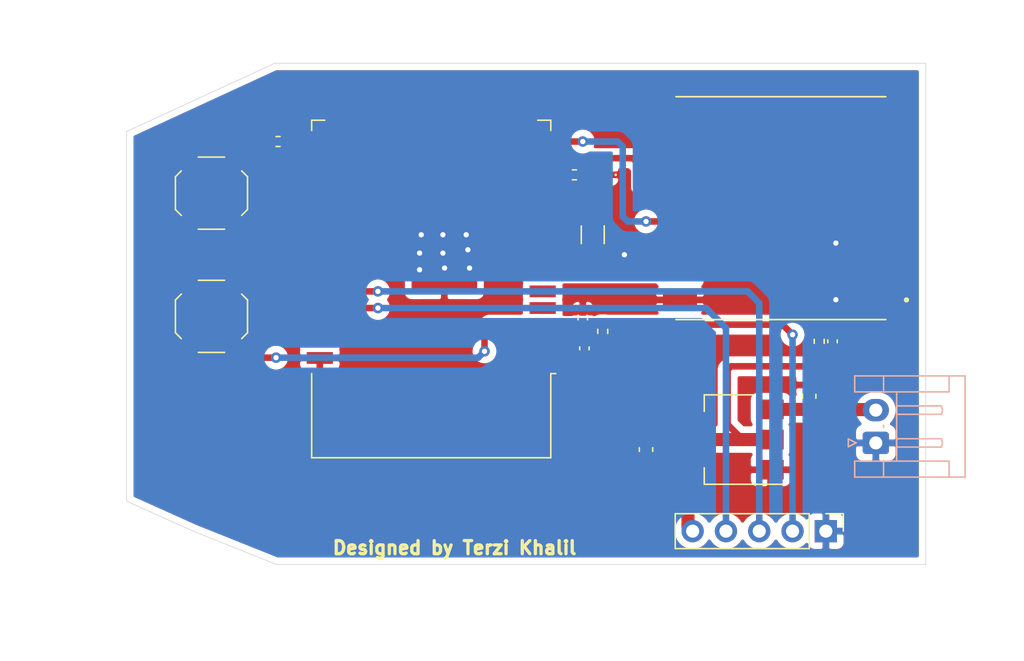
<source format=kicad_pcb>
(kicad_pcb (version 20171130) (host pcbnew "(5.1.10)-1")

  (general
    (thickness 1.6)
    (drawings 9)
    (tracks 130)
    (zones 0)
    (modules 20)
    (nets 47)
  )

  (page A4)
  (layers
    (0 F.Cu signal)
    (31 B.Cu signal)
    (32 B.Adhes user)
    (33 F.Adhes user)
    (34 B.Paste user)
    (35 F.Paste user)
    (36 B.SilkS user)
    (37 F.SilkS user)
    (38 B.Mask user)
    (39 F.Mask user)
    (40 Dwgs.User user)
    (41 Cmts.User user)
    (42 Eco1.User user)
    (43 Eco2.User user)
    (44 Edge.Cuts user)
    (45 Margin user)
    (46 B.CrtYd user)
    (47 F.CrtYd user)
    (48 B.Fab user)
    (49 F.Fab user)
  )

  (setup
    (last_trace_width 0.2)
    (trace_clearance 0.1)
    (zone_clearance 0.508)
    (zone_45_only no)
    (trace_min 0.2)
    (via_size 0.8)
    (via_drill 0.4)
    (via_min_size 0.4)
    (via_min_drill 0.3)
    (uvia_size 0.3)
    (uvia_drill 0.1)
    (uvias_allowed no)
    (uvia_min_size 0.2)
    (uvia_min_drill 0.1)
    (edge_width 0.05)
    (segment_width 0.2)
    (pcb_text_width 0.3)
    (pcb_text_size 1.5 1.5)
    (mod_edge_width 0.12)
    (mod_text_size 1 1)
    (mod_text_width 0.15)
    (pad_size 1.524 1.524)
    (pad_drill 0.762)
    (pad_to_mask_clearance 0)
    (aux_axis_origin 0 0)
    (visible_elements 7FFFFFFF)
    (pcbplotparams
      (layerselection 0x010fc_ffffffff)
      (usegerberextensions false)
      (usegerberattributes true)
      (usegerberadvancedattributes true)
      (creategerberjobfile true)
      (excludeedgelayer true)
      (linewidth 0.100000)
      (plotframeref false)
      (viasonmask false)
      (mode 1)
      (useauxorigin false)
      (hpglpennumber 1)
      (hpglpenspeed 20)
      (hpglpendiameter 15.000000)
      (psnegative false)
      (psa4output false)
      (plotreference true)
      (plotvalue true)
      (plotinvisibletext false)
      (padsonsilk false)
      (subtractmaskfromsilk false)
      (outputformat 1)
      (mirror false)
      (drillshape 0)
      (scaleselection 1)
      (outputdirectory "GERBER/"))
  )

  (net 0 "")
  (net 1 +12V)
  (net 2 GND)
  (net 3 +3V3)
  (net 4 EN)
  (net 5 XTAL-OUT)
  (net 6 XTAL-IN)
  (net 7 "Net-(D1-Pad2)")
  (net 8 RX)
  (net 9 TX)
  (net 10 "Net-(R1-Pad1)")
  (net 11 "Net-(R2-Pad2)")
  (net 12 Boot)
  (net 13 "Net-(R4-Pad2)")
  (net 14 SS)
  (net 15 MOSI)
  (net 16 MISO)
  (net 17 CLK)
  (net 18 "Net-(U2-Pad11)")
  (net 19 "Net-(U2-Pad10)")
  (net 20 "Net-(U2-Pad8)")
  (net 21 "Net-(U2-Pad7)")
  (net 22 "Net-(U2-Pad6)")
  (net 23 "Net-(U2-Pad5)")
  (net 24 "Net-(U3-Pad37)")
  (net 25 "Net-(U3-Pad36)")
  (net 26 "Net-(U3-Pad33)")
  (net 27 "Net-(U3-Pad32)")
  (net 28 "Net-(U3-Pad31)")
  (net 29 "Net-(U3-Pad30)")
  (net 30 "Net-(U3-Pad29)")
  (net 31 "Net-(U3-Pad28)")
  (net 32 "Net-(U3-Pad27)")
  (net 33 "Net-(U3-Pad26)")
  (net 34 "Net-(U3-Pad24)")
  (net 35 "Net-(U3-Pad22)")
  (net 36 "Net-(U3-Pad21)")
  (net 37 "Net-(U3-Pad20)")
  (net 38 "Net-(U3-Pad19)")
  (net 39 "Net-(U3-Pad18)")
  (net 40 "Net-(U3-Pad17)")
  (net 41 "Net-(U3-Pad10)")
  (net 42 "Net-(U3-Pad7)")
  (net 43 "Net-(U3-Pad5)")
  (net 44 "Net-(U3-Pad4)")
  (net 45 "Net-(U3-Pad23)")
  (net 46 "Net-(U3-Pad11)")

  (net_class Default "This is the default net class."
    (clearance 0.1)
    (trace_width 0.2)
    (via_dia 0.8)
    (via_drill 0.4)
    (uvia_dia 0.3)
    (uvia_drill 0.1)
    (add_net +12V)
    (add_net +3V3)
    (add_net Boot)
    (add_net CLK)
    (add_net EN)
    (add_net GND)
    (add_net MISO)
    (add_net MOSI)
    (add_net "Net-(D1-Pad2)")
    (add_net "Net-(R1-Pad1)")
    (add_net "Net-(R2-Pad2)")
    (add_net "Net-(R4-Pad2)")
    (add_net "Net-(U2-Pad10)")
    (add_net "Net-(U2-Pad11)")
    (add_net "Net-(U2-Pad5)")
    (add_net "Net-(U2-Pad6)")
    (add_net "Net-(U2-Pad7)")
    (add_net "Net-(U2-Pad8)")
    (add_net "Net-(U3-Pad10)")
    (add_net "Net-(U3-Pad11)")
    (add_net "Net-(U3-Pad17)")
    (add_net "Net-(U3-Pad18)")
    (add_net "Net-(U3-Pad19)")
    (add_net "Net-(U3-Pad20)")
    (add_net "Net-(U3-Pad21)")
    (add_net "Net-(U3-Pad22)")
    (add_net "Net-(U3-Pad23)")
    (add_net "Net-(U3-Pad24)")
    (add_net "Net-(U3-Pad26)")
    (add_net "Net-(U3-Pad27)")
    (add_net "Net-(U3-Pad28)")
    (add_net "Net-(U3-Pad29)")
    (add_net "Net-(U3-Pad30)")
    (add_net "Net-(U3-Pad31)")
    (add_net "Net-(U3-Pad32)")
    (add_net "Net-(U3-Pad33)")
    (add_net "Net-(U3-Pad36)")
    (add_net "Net-(U3-Pad37)")
    (add_net "Net-(U3-Pad4)")
    (add_net "Net-(U3-Pad5)")
    (add_net "Net-(U3-Pad7)")
    (add_net RX)
    (add_net SS)
    (add_net TX)
    (add_net XTAL-IN)
    (add_net XTAL-OUT)
  )

  (module Capacitor_SMD:C_0603_1608Metric (layer F.Cu) (tedit 5F68FEEE) (tstamp 6115A40D)
    (at 133.604 92.837 270)
    (descr "Capacitor SMD 0603 (1608 Metric), square (rectangular) end terminal, IPC_7351 nominal, (Body size source: IPC-SM-782 page 76, https://www.pcb-3d.com/wordpress/wp-content/uploads/ipc-sm-782a_amendment_1_and_2.pdf), generated with kicad-footprint-generator")
    (tags capacitor)
    (path /61152B89)
    (attr smd)
    (fp_text reference C2 (at 0 -1.43 90) (layer B.Fab)
      (effects (font (size 1 1) (thickness 0.15)) (justify mirror))
    )
    (fp_text value CP1 (at 0 1.43 90) (layer F.Fab)
      (effects (font (size 1 1) (thickness 0.15)))
    )
    (fp_line (start -0.8 0.4) (end -0.8 -0.4) (layer F.Fab) (width 0.1))
    (fp_line (start -0.8 -0.4) (end 0.8 -0.4) (layer F.Fab) (width 0.1))
    (fp_line (start 0.8 -0.4) (end 0.8 0.4) (layer F.Fab) (width 0.1))
    (fp_line (start 0.8 0.4) (end -0.8 0.4) (layer F.Fab) (width 0.1))
    (fp_line (start -0.14058 -0.51) (end 0.14058 -0.51) (layer F.SilkS) (width 0.12))
    (fp_line (start -0.14058 0.51) (end 0.14058 0.51) (layer F.SilkS) (width 0.12))
    (fp_line (start -1.48 0.73) (end -1.48 -0.73) (layer F.CrtYd) (width 0.05))
    (fp_line (start -1.48 -0.73) (end 1.48 -0.73) (layer F.CrtYd) (width 0.05))
    (fp_line (start 1.48 -0.73) (end 1.48 0.73) (layer F.CrtYd) (width 0.05))
    (fp_line (start 1.48 0.73) (end -1.48 0.73) (layer F.CrtYd) (width 0.05))
    (fp_text user %R (at 0 0 90) (layer F.Fab)
      (effects (font (size 0.4 0.4) (thickness 0.06)))
    )
    (pad 2 smd roundrect (at 0.775 0 270) (size 0.9 0.95) (layers F.Cu F.Paste F.Mask) (roundrect_rratio 0.25)
      (net 2 GND))
    (pad 1 smd roundrect (at -0.775 0 270) (size 0.9 0.95) (layers F.Cu F.Paste F.Mask) (roundrect_rratio 0.25)
      (net 3 +3V3))
    (model ${KISYS3DMOD}/Capacitor_SMD.3dshapes/C_0603_1608Metric.wrl
      (at (xyz 0 0 0))
      (scale (xyz 1 1 1))
      (rotate (xyz 0 0 0))
    )
  )

  (module Capacitor_SMD:C_0603_1608Metric_Pad1.08x0.95mm_HandSolder (layer F.Cu) (tedit 5F68FEEF) (tstamp 6115A3FC)
    (at 146.05 88.773 270)
    (descr "Capacitor SMD 0603 (1608 Metric), square (rectangular) end terminal, IPC_7351 nominal with elongated pad for handsoldering. (Body size source: IPC-SM-782 page 76, https://www.pcb-3d.com/wordpress/wp-content/uploads/ipc-sm-782a_amendment_1_and_2.pdf), generated with kicad-footprint-generator")
    (tags "capacitor handsolder")
    (path /6114EF8B)
    (attr smd)
    (fp_text reference C1 (at 0 -1.43 90) (layer B.Fab)
      (effects (font (size 1 1) (thickness 0.15)) (justify mirror))
    )
    (fp_text value 100nF (at 0 1.43 90) (layer F.Fab)
      (effects (font (size 1 1) (thickness 0.15)))
    )
    (fp_line (start -0.8 0.4) (end -0.8 -0.4) (layer F.Fab) (width 0.1))
    (fp_line (start -0.8 -0.4) (end 0.8 -0.4) (layer F.Fab) (width 0.1))
    (fp_line (start 0.8 -0.4) (end 0.8 0.4) (layer F.Fab) (width 0.1))
    (fp_line (start 0.8 0.4) (end -0.8 0.4) (layer F.Fab) (width 0.1))
    (fp_line (start -0.146267 -0.51) (end 0.146267 -0.51) (layer F.SilkS) (width 0.12))
    (fp_line (start -0.146267 0.51) (end 0.146267 0.51) (layer F.SilkS) (width 0.12))
    (fp_line (start -1.65 0.73) (end -1.65 -0.73) (layer F.CrtYd) (width 0.05))
    (fp_line (start -1.65 -0.73) (end 1.65 -0.73) (layer F.CrtYd) (width 0.05))
    (fp_line (start 1.65 -0.73) (end 1.65 0.73) (layer F.CrtYd) (width 0.05))
    (fp_line (start 1.65 0.73) (end -1.65 0.73) (layer F.CrtYd) (width 0.05))
    (fp_text user %R (at 0 0 90) (layer F.Fab)
      (effects (font (size 0.4 0.4) (thickness 0.06)))
    )
    (pad 2 smd roundrect (at 0.8625 0 270) (size 1.075 0.95) (layers F.Cu F.Paste F.Mask) (roundrect_rratio 0.25)
      (net 1 +12V))
    (pad 1 smd roundrect (at -0.8625 0 270) (size 1.075 0.95) (layers F.Cu F.Paste F.Mask) (roundrect_rratio 0.25)
      (net 2 GND))
    (model ${KISYS3DMOD}/Capacitor_SMD.3dshapes/C_0603_1608Metric.wrl
      (at (xyz 0 0 0))
      (scale (xyz 1 1 1))
      (rotate (xyz 0 0 0))
    )
  )

  (module Capacitor_SMD:C_0201_0603Metric (layer F.Cu) (tedit 5F68FEEE) (tstamp 6116265F)
    (at 127.635 77.978 270)
    (descr "Capacitor SMD 0201 (0603 Metric), square (rectangular) end terminal, IPC_7351 nominal, (Body size source: https://www.vishay.com/docs/20052/crcw0201e3.pdf), generated with kicad-footprint-generator")
    (tags capacitor)
    (path /61154D43)
    (attr smd)
    (fp_text reference C6 (at 0 -1.05 90) (layer B.Fab)
      (effects (font (size 1 1) (thickness 0.15)) (justify mirror))
    )
    (fp_text value 100nF (at 0 1.05 90) (layer F.Fab)
      (effects (font (size 1 1) (thickness 0.15)))
    )
    (fp_line (start -0.3 0.15) (end -0.3 -0.15) (layer F.Fab) (width 0.1))
    (fp_line (start -0.3 -0.15) (end 0.3 -0.15) (layer F.Fab) (width 0.1))
    (fp_line (start 0.3 -0.15) (end 0.3 0.15) (layer F.Fab) (width 0.1))
    (fp_line (start 0.3 0.15) (end -0.3 0.15) (layer F.Fab) (width 0.1))
    (fp_line (start -0.7 0.35) (end -0.7 -0.35) (layer F.CrtYd) (width 0.05))
    (fp_line (start -0.7 -0.35) (end 0.7 -0.35) (layer F.CrtYd) (width 0.05))
    (fp_line (start 0.7 -0.35) (end 0.7 0.35) (layer F.CrtYd) (width 0.05))
    (fp_line (start 0.7 0.35) (end -0.7 0.35) (layer F.CrtYd) (width 0.05))
    (fp_text user %R (at 0 -0.68 90) (layer F.Fab)
      (effects (font (size 0.25 0.25) (thickness 0.04)))
    )
    (pad 2 smd roundrect (at 0.32 0 270) (size 0.46 0.4) (layers F.Cu F.Mask) (roundrect_rratio 0.25)
      (net 2 GND))
    (pad 1 smd roundrect (at -0.32 0 270) (size 0.46 0.4) (layers F.Cu F.Mask) (roundrect_rratio 0.25)
      (net 6 XTAL-IN))
    (pad "" smd roundrect (at 0.345 0 270) (size 0.318 0.36) (layers F.Paste) (roundrect_rratio 0.25))
    (pad "" smd roundrect (at -0.345 0 270) (size 0.318 0.36) (layers F.Paste) (roundrect_rratio 0.25))
    (model ${KISYS3DMOD}/Capacitor_SMD.3dshapes/C_0201_0603Metric.wrl
      (at (xyz 0 0 0))
      (scale (xyz 1 1 1))
      (rotate (xyz 0 0 0))
    )
  )

  (module Capacitor_SMD:C_0201_0603Metric (layer F.Cu) (tedit 5F68FEEE) (tstamp 6116264E)
    (at 127.762 74.93 90)
    (descr "Capacitor SMD 0201 (0603 Metric), square (rectangular) end terminal, IPC_7351 nominal, (Body size source: https://www.vishay.com/docs/20052/crcw0201e3.pdf), generated with kicad-footprint-generator")
    (tags capacitor)
    (path /61153DC8)
    (attr smd)
    (fp_text reference C5 (at 0 -1.05 90) (layer B.Fab)
      (effects (font (size 1 1) (thickness 0.15)) (justify mirror))
    )
    (fp_text value 100nF (at 0 1.05 90) (layer F.Fab)
      (effects (font (size 1 1) (thickness 0.15)))
    )
    (fp_line (start -0.3 0.15) (end -0.3 -0.15) (layer F.Fab) (width 0.1))
    (fp_line (start -0.3 -0.15) (end 0.3 -0.15) (layer F.Fab) (width 0.1))
    (fp_line (start 0.3 -0.15) (end 0.3 0.15) (layer F.Fab) (width 0.1))
    (fp_line (start 0.3 0.15) (end -0.3 0.15) (layer F.Fab) (width 0.1))
    (fp_line (start -0.7 0.35) (end -0.7 -0.35) (layer F.CrtYd) (width 0.05))
    (fp_line (start -0.7 -0.35) (end 0.7 -0.35) (layer F.CrtYd) (width 0.05))
    (fp_line (start 0.7 -0.35) (end 0.7 0.35) (layer F.CrtYd) (width 0.05))
    (fp_line (start 0.7 0.35) (end -0.7 0.35) (layer F.CrtYd) (width 0.05))
    (fp_text user %R (at 0 -0.68 90) (layer F.Fab)
      (effects (font (size 0.25 0.25) (thickness 0.04)))
    )
    (pad 2 smd roundrect (at 0.32 0 90) (size 0.46 0.4) (layers F.Cu F.Mask) (roundrect_rratio 0.25)
      (net 2 GND))
    (pad 1 smd roundrect (at -0.32 0 90) (size 0.46 0.4) (layers F.Cu F.Mask) (roundrect_rratio 0.25)
      (net 5 XTAL-OUT))
    (pad "" smd roundrect (at 0.345 0 90) (size 0.318 0.36) (layers F.Paste) (roundrect_rratio 0.25))
    (pad "" smd roundrect (at -0.345 0 90) (size 0.318 0.36) (layers F.Paste) (roundrect_rratio 0.25))
    (model ${KISYS3DMOD}/Capacitor_SMD.3dshapes/C_0201_0603Metric.wrl
      (at (xyz 0 0 0))
      (scale (xyz 1 1 1))
      (rotate (xyz 0 0 0))
    )
  )

  (module Connector_JST:JST_EH_S2B-EH_1x02_P2.50mm_Horizontal (layer B.Cu) (tedit 5C281425) (tstamp 6116073D)
    (at 151.13 92.329 90)
    (descr "JST EH series connector, S2B-EH (http://www.jst-mfg.com/product/pdf/eng/eEH.pdf), generated with kicad-footprint-generator")
    (tags "connector JST EH horizontal")
    (path /611491B9)
    (fp_text reference J2 (at 1.25 7.9 -90) (layer B.Fab)
      (effects (font (size 1 1) (thickness 0.15)) (justify mirror))
    )
    (fp_text value Conn_01x02_Male (at 1.25 -2.7 -90) (layer B.Fab)
      (effects (font (size 1 1) (thickness 0.15)) (justify mirror))
    )
    (fp_line (start -1.5 0.7) (end -1.5 -1.5) (layer B.Fab) (width 0.1))
    (fp_line (start -1.5 -1.5) (end -2.5 -1.5) (layer B.Fab) (width 0.1))
    (fp_line (start -2.5 -1.5) (end -2.5 6.7) (layer B.Fab) (width 0.1))
    (fp_line (start -2.5 6.7) (end 5 6.7) (layer B.Fab) (width 0.1))
    (fp_line (start 5 6.7) (end 5 -1.5) (layer B.Fab) (width 0.1))
    (fp_line (start 5 -1.5) (end 4 -1.5) (layer B.Fab) (width 0.1))
    (fp_line (start 4 -1.5) (end 4 0.7) (layer B.Fab) (width 0.1))
    (fp_line (start 4 0.7) (end -1.5 0.7) (layer B.Fab) (width 0.1))
    (fp_line (start -3 7.2) (end -3 -2) (layer B.CrtYd) (width 0.05))
    (fp_line (start -3 -2) (end 5.5 -2) (layer B.CrtYd) (width 0.05))
    (fp_line (start 5.5 -2) (end 5.5 7.2) (layer B.CrtYd) (width 0.05))
    (fp_line (start 5.5 7.2) (end -3 7.2) (layer B.CrtYd) (width 0.05))
    (fp_line (start -1.39 0.59) (end -1.39 -1.61) (layer B.SilkS) (width 0.12))
    (fp_line (start -1.39 -1.61) (end -2.61 -1.61) (layer B.SilkS) (width 0.12))
    (fp_line (start -2.61 -1.61) (end -2.61 6.81) (layer B.SilkS) (width 0.12))
    (fp_line (start -2.61 6.81) (end 5.11 6.81) (layer B.SilkS) (width 0.12))
    (fp_line (start 5.11 6.81) (end 5.11 -1.61) (layer B.SilkS) (width 0.12))
    (fp_line (start 5.11 -1.61) (end 3.89 -1.61) (layer B.SilkS) (width 0.12))
    (fp_line (start 3.89 -1.61) (end 3.89 0.59) (layer B.SilkS) (width 0.12))
    (fp_line (start -2.61 5.59) (end -1.39 5.59) (layer B.SilkS) (width 0.12))
    (fp_line (start -1.39 5.59) (end -1.39 0.59) (layer B.SilkS) (width 0.12))
    (fp_line (start -1.39 0.59) (end -2.61 0.59) (layer B.SilkS) (width 0.12))
    (fp_line (start 5.11 5.59) (end 3.89 5.59) (layer B.SilkS) (width 0.12))
    (fp_line (start 3.89 5.59) (end 3.89 0.59) (layer B.SilkS) (width 0.12))
    (fp_line (start 3.89 0.59) (end 5.11 0.59) (layer B.SilkS) (width 0.12))
    (fp_line (start -1.39 1.59) (end 3.89 1.59) (layer B.SilkS) (width 0.12))
    (fp_line (start 0 1.59) (end -0.32 1.59) (layer B.SilkS) (width 0.12))
    (fp_line (start -0.32 1.59) (end -0.32 5.01) (layer B.SilkS) (width 0.12))
    (fp_line (start -0.32 5.01) (end 0 5.09) (layer B.SilkS) (width 0.12))
    (fp_line (start 0 5.09) (end 0.32 5.01) (layer B.SilkS) (width 0.12))
    (fp_line (start 0.32 5.01) (end 0.32 1.59) (layer B.SilkS) (width 0.12))
    (fp_line (start 0.32 1.59) (end 0 1.59) (layer B.SilkS) (width 0.12))
    (fp_line (start 1.17 0.59) (end 1.33 0.59) (layer B.SilkS) (width 0.12))
    (fp_line (start 2.5 1.59) (end 2.18 1.59) (layer B.SilkS) (width 0.12))
    (fp_line (start 2.18 1.59) (end 2.18 5.01) (layer B.SilkS) (width 0.12))
    (fp_line (start 2.18 5.01) (end 2.5 5.09) (layer B.SilkS) (width 0.12))
    (fp_line (start 2.5 5.09) (end 2.82 5.01) (layer B.SilkS) (width 0.12))
    (fp_line (start 2.82 5.01) (end 2.82 1.59) (layer B.SilkS) (width 0.12))
    (fp_line (start 2.82 1.59) (end 2.5 1.59) (layer B.SilkS) (width 0.12))
    (fp_line (start 0 -1.5) (end -0.3 -2.1) (layer B.SilkS) (width 0.12))
    (fp_line (start -0.3 -2.1) (end 0.3 -2.1) (layer B.SilkS) (width 0.12))
    (fp_line (start 0.3 -2.1) (end 0 -1.5) (layer B.SilkS) (width 0.12))
    (fp_line (start -0.5 0.7) (end 0 1.407107) (layer B.Fab) (width 0.1))
    (fp_line (start 0 1.407107) (end 0.5 0.7) (layer B.Fab) (width 0.1))
    (fp_text user %R (at 1.25 2.6 -90) (layer B.Fab)
      (effects (font (size 1 1) (thickness 0.15)) (justify mirror))
    )
    (pad 2 thru_hole oval (at 2.5 0 90) (size 1.7 2) (drill 1) (layers *.Cu *.Mask)
      (net 1 +12V))
    (pad 1 thru_hole roundrect (at 0 0 90) (size 1.7 2) (drill 1) (layers *.Cu *.Mask) (roundrect_rratio 0.1470588235294118)
      (net 2 GND))
    (model ${KISYS3DMOD}/Connector_JST.3dshapes/JST_EH_S2B-EH_1x02_P2.50mm_Horizontal.wrl
      (at (xyz 0 0 0))
      (scale (xyz 1 1 1))
      (rotate (xyz 0 0 0))
    )
  )

  (module Crystal:Crystal_SMD_3215-2Pin_3.2x1.5mm (layer F.Cu) (tedit 5A0FD1B2) (tstamp 6115A609)
    (at 129.54 76.454 90)
    (descr "SMD Crystal FC-135 https://support.epson.biz/td/api/doc_check.php?dl=brief_FC-135R_en.pdf")
    (tags "SMD SMT Crystal")
    (path /61151B94)
    (attr smd)
    (fp_text reference Y1 (at 0 -2 90) (layer B.Fab)
      (effects (font (size 1 1) (thickness 0.15)) (justify mirror))
    )
    (fp_text value 32.768kHz (at 0 2 90) (layer F.Fab)
      (effects (font (size 1 1) (thickness 0.15)))
    )
    (fp_line (start -2 -1.15) (end 2 -1.15) (layer F.CrtYd) (width 0.05))
    (fp_line (start -1.6 -0.75) (end -1.6 0.75) (layer F.Fab) (width 0.1))
    (fp_line (start -0.675 0.875) (end 0.675 0.875) (layer F.SilkS) (width 0.12))
    (fp_line (start -0.675 -0.875) (end 0.675 -0.875) (layer F.SilkS) (width 0.12))
    (fp_line (start 1.6 -0.75) (end 1.6 0.75) (layer F.Fab) (width 0.1))
    (fp_line (start -1.6 -0.75) (end 1.6 -0.75) (layer F.Fab) (width 0.1))
    (fp_line (start -1.6 0.75) (end 1.6 0.75) (layer F.Fab) (width 0.1))
    (fp_line (start -2 1.15) (end 2 1.15) (layer F.CrtYd) (width 0.05))
    (fp_line (start -2 -1.15) (end -2 1.15) (layer F.CrtYd) (width 0.05))
    (fp_line (start 2 -1.15) (end 2 1.15) (layer F.CrtYd) (width 0.05))
    (fp_text user %R (at 0 -2 90) (layer F.Fab)
      (effects (font (size 1 1) (thickness 0.15)))
    )
    (pad 2 smd rect (at -1.25 0 90) (size 1 1.8) (layers F.Cu F.Paste F.Mask)
      (net 6 XTAL-IN))
    (pad 1 smd rect (at 1.25 0 90) (size 1 1.8) (layers F.Cu F.Paste F.Mask)
      (net 5 XTAL-OUT))
    (model ${KISYS3DMOD}/Crystal.3dshapes/Crystal_SMD_3215-2Pin_3.2x1.5mm.wrl
      (at (xyz 0 0 0))
      (scale (xyz 1 1 1))
      (rotate (xyz 0 0 0))
    )
  )

  (module RF_Module:ESP32-WROOM-32 (layer F.Cu) (tedit 5B5B4654) (tstamp 6115A5F8)
    (at 117.221 77.597 180)
    (descr "Single 2.4 GHz Wi-Fi and Bluetooth combo chip https://www.espressif.com/sites/default/files/documentation/esp32-wroom-32_datasheet_en.pdf")
    (tags "Single 2.4 GHz Wi-Fi and Bluetooth combo  chip")
    (path /610A8194)
    (attr smd)
    (fp_text reference U3 (at -10.61 8.43 90) (layer B.Fab)
      (effects (font (size 1 1) (thickness 0.15)) (justify mirror))
    )
    (fp_text value ESP32-WROOM-32D (at 0 11.5) (layer F.Fab)
      (effects (font (size 1 1) (thickness 0.15)))
    )
    (fp_line (start -14 -9.97) (end -14 -20.75) (layer Dwgs.User) (width 0.1))
    (fp_line (start 9 9.76) (end 9 -15.745) (layer F.Fab) (width 0.1))
    (fp_line (start -9 9.76) (end 9 9.76) (layer F.Fab) (width 0.1))
    (fp_line (start -9 -15.745) (end -9 -10.02) (layer F.Fab) (width 0.1))
    (fp_line (start -9 -15.745) (end 9 -15.745) (layer F.Fab) (width 0.1))
    (fp_line (start -9.75 10.5) (end -9.75 -9.72) (layer F.CrtYd) (width 0.05))
    (fp_line (start -9.75 10.5) (end 9.75 10.5) (layer F.CrtYd) (width 0.05))
    (fp_line (start 9.75 -9.72) (end 9.75 10.5) (layer F.CrtYd) (width 0.05))
    (fp_line (start -14.25 -21) (end 14.25 -21) (layer F.CrtYd) (width 0.05))
    (fp_line (start -9 -9.02) (end -9 9.76) (layer F.Fab) (width 0.1))
    (fp_line (start -8.5 -9.52) (end -9 -10.02) (layer F.Fab) (width 0.1))
    (fp_line (start -9 -9.02) (end -8.5 -9.52) (layer F.Fab) (width 0.1))
    (fp_line (start 14 -9.97) (end -14 -9.97) (layer Dwgs.User) (width 0.1))
    (fp_line (start 14 -9.97) (end 14 -20.75) (layer Dwgs.User) (width 0.1))
    (fp_line (start 14 -20.75) (end -14 -20.75) (layer Dwgs.User) (width 0.1))
    (fp_line (start -14.25 -21) (end -14.25 -9.72) (layer F.CrtYd) (width 0.05))
    (fp_line (start 14.25 -21) (end 14.25 -9.72) (layer F.CrtYd) (width 0.05))
    (fp_line (start -14.25 -9.72) (end -9.75 -9.72) (layer F.CrtYd) (width 0.05))
    (fp_line (start 9.75 -9.72) (end 14.25 -9.72) (layer F.CrtYd) (width 0.05))
    (fp_line (start -12.525 -20.75) (end -14 -19.66) (layer Dwgs.User) (width 0.1))
    (fp_line (start -10.525 -20.75) (end -14 -18.045) (layer Dwgs.User) (width 0.1))
    (fp_line (start -8.525 -20.75) (end -14 -16.43) (layer Dwgs.User) (width 0.1))
    (fp_line (start -6.525 -20.75) (end -14 -14.815) (layer Dwgs.User) (width 0.1))
    (fp_line (start -4.525 -20.75) (end -14 -13.2) (layer Dwgs.User) (width 0.1))
    (fp_line (start -2.525 -20.75) (end -14 -11.585) (layer Dwgs.User) (width 0.1))
    (fp_line (start -0.525 -20.75) (end -14 -9.97) (layer Dwgs.User) (width 0.1))
    (fp_line (start 1.475 -20.75) (end -12 -9.97) (layer Dwgs.User) (width 0.1))
    (fp_line (start 3.475 -20.75) (end -10 -9.97) (layer Dwgs.User) (width 0.1))
    (fp_line (start -8 -9.97) (end 5.475 -20.75) (layer Dwgs.User) (width 0.1))
    (fp_line (start 7.475 -20.75) (end -6 -9.97) (layer Dwgs.User) (width 0.1))
    (fp_line (start 9.475 -20.75) (end -4 -9.97) (layer Dwgs.User) (width 0.1))
    (fp_line (start 11.475 -20.75) (end -2 -9.97) (layer Dwgs.User) (width 0.1))
    (fp_line (start 13.475 -20.75) (end 0 -9.97) (layer Dwgs.User) (width 0.1))
    (fp_line (start 14 -19.66) (end 2 -9.97) (layer Dwgs.User) (width 0.1))
    (fp_line (start 14 -18.045) (end 4 -9.97) (layer Dwgs.User) (width 0.1))
    (fp_line (start 14 -16.43) (end 6 -9.97) (layer Dwgs.User) (width 0.1))
    (fp_line (start 14 -14.815) (end 8 -9.97) (layer Dwgs.User) (width 0.1))
    (fp_line (start 14 -13.2) (end 10 -9.97) (layer Dwgs.User) (width 0.1))
    (fp_line (start 14 -11.585) (end 12 -9.97) (layer Dwgs.User) (width 0.1))
    (fp_line (start 9.2 -13.875) (end 13.8 -13.875) (layer Cmts.User) (width 0.1))
    (fp_line (start 13.8 -13.875) (end 13.6 -14.075) (layer Cmts.User) (width 0.1))
    (fp_line (start 13.8 -13.875) (end 13.6 -13.675) (layer Cmts.User) (width 0.1))
    (fp_line (start 9.2 -13.875) (end 9.4 -14.075) (layer Cmts.User) (width 0.1))
    (fp_line (start 9.2 -13.875) (end 9.4 -13.675) (layer Cmts.User) (width 0.1))
    (fp_line (start -13.8 -13.875) (end -13.6 -14.075) (layer Cmts.User) (width 0.1))
    (fp_line (start -13.8 -13.875) (end -13.6 -13.675) (layer Cmts.User) (width 0.1))
    (fp_line (start -9.2 -13.875) (end -9.4 -13.675) (layer Cmts.User) (width 0.1))
    (fp_line (start -13.8 -13.875) (end -9.2 -13.875) (layer Cmts.User) (width 0.1))
    (fp_line (start -9.2 -13.875) (end -9.4 -14.075) (layer Cmts.User) (width 0.1))
    (fp_line (start 8.4 -16) (end 8.2 -16.2) (layer Cmts.User) (width 0.1))
    (fp_line (start 8.4 -16) (end 8.6 -16.2) (layer Cmts.User) (width 0.1))
    (fp_line (start 8.4 -20.6) (end 8.6 -20.4) (layer Cmts.User) (width 0.1))
    (fp_line (start 8.4 -16) (end 8.4 -20.6) (layer Cmts.User) (width 0.1))
    (fp_line (start 8.4 -20.6) (end 8.2 -20.4) (layer Cmts.User) (width 0.1))
    (fp_line (start -9.12 9.1) (end -9.12 9.88) (layer F.SilkS) (width 0.12))
    (fp_line (start -9.12 9.88) (end -8.12 9.88) (layer F.SilkS) (width 0.12))
    (fp_line (start 9.12 9.1) (end 9.12 9.88) (layer F.SilkS) (width 0.12))
    (fp_line (start 9.12 9.88) (end 8.12 9.88) (layer F.SilkS) (width 0.12))
    (fp_line (start -9.12 -15.865) (end 9.12 -15.865) (layer F.SilkS) (width 0.12))
    (fp_line (start 9.12 -15.865) (end 9.12 -9.445) (layer F.SilkS) (width 0.12))
    (fp_line (start -9.12 -15.865) (end -9.12 -9.445) (layer F.SilkS) (width 0.12))
    (fp_line (start -9.12 -9.445) (end -9.5 -9.445) (layer F.SilkS) (width 0.12))
    (fp_text user "5 mm" (at 7.8 -19.075 90) (layer Cmts.User)
      (effects (font (size 0.5 0.5) (thickness 0.1)))
    )
    (fp_text user "5 mm" (at -11.2 -14.375) (layer Cmts.User)
      (effects (font (size 0.5 0.5) (thickness 0.1)))
    )
    (fp_text user "5 mm" (at 11.8 -14.375) (layer Cmts.User)
      (effects (font (size 0.5 0.5) (thickness 0.1)))
    )
    (fp_text user Antenna (at 0 -13) (layer Cmts.User)
      (effects (font (size 1 1) (thickness 0.15)))
    )
    (fp_text user "KEEP-OUT ZONE" (at 0 -19) (layer Cmts.User)
      (effects (font (size 1 1) (thickness 0.15)))
    )
    (fp_text user %R (at 0 0) (layer F.Fab)
      (effects (font (size 1 1) (thickness 0.15)))
    )
    (pad 38 smd rect (at 8.5 -8.255 180) (size 2 0.9) (layers F.Cu F.Paste F.Mask)
      (net 2 GND))
    (pad 37 smd rect (at 8.5 -6.985 180) (size 2 0.9) (layers F.Cu F.Paste F.Mask)
      (net 24 "Net-(U3-Pad37)"))
    (pad 36 smd rect (at 8.5 -5.715 180) (size 2 0.9) (layers F.Cu F.Paste F.Mask)
      (net 25 "Net-(U3-Pad36)"))
    (pad 35 smd rect (at 8.5 -4.445 180) (size 2 0.9) (layers F.Cu F.Paste F.Mask)
      (net 9 TX))
    (pad 34 smd rect (at 8.5 -3.175 180) (size 2 0.9) (layers F.Cu F.Paste F.Mask)
      (net 8 RX))
    (pad 33 smd rect (at 8.5 -1.905 180) (size 2 0.9) (layers F.Cu F.Paste F.Mask)
      (net 26 "Net-(U3-Pad33)"))
    (pad 32 smd rect (at 8.5 -0.635 180) (size 2 0.9) (layers F.Cu F.Paste F.Mask)
      (net 27 "Net-(U3-Pad32)"))
    (pad 31 smd rect (at 8.5 0.635 180) (size 2 0.9) (layers F.Cu F.Paste F.Mask)
      (net 28 "Net-(U3-Pad31)"))
    (pad 30 smd rect (at 8.5 1.905 180) (size 2 0.9) (layers F.Cu F.Paste F.Mask)
      (net 29 "Net-(U3-Pad30)"))
    (pad 29 smd rect (at 8.5 3.175 180) (size 2 0.9) (layers F.Cu F.Paste F.Mask)
      (net 30 "Net-(U3-Pad29)"))
    (pad 28 smd rect (at 8.5 4.445 180) (size 2 0.9) (layers F.Cu F.Paste F.Mask)
      (net 31 "Net-(U3-Pad28)"))
    (pad 27 smd rect (at 8.5 5.715 180) (size 2 0.9) (layers F.Cu F.Paste F.Mask)
      (net 32 "Net-(U3-Pad27)"))
    (pad 26 smd rect (at 8.5 6.985 180) (size 2 0.9) (layers F.Cu F.Paste F.Mask)
      (net 33 "Net-(U3-Pad26)"))
    (pad 25 smd rect (at 8.5 8.255 180) (size 2 0.9) (layers F.Cu F.Paste F.Mask)
      (net 12 Boot))
    (pad 24 smd rect (at 5.715 9.255 270) (size 2 0.9) (layers F.Cu F.Paste F.Mask)
      (net 34 "Net-(U3-Pad24)"))
    (pad 23 smd rect (at 4.445 9.255 270) (size 2 0.9) (layers F.Cu F.Paste F.Mask)
      (net 45 "Net-(U3-Pad23)"))
    (pad 22 smd rect (at 3.175 9.255 270) (size 2 0.9) (layers F.Cu F.Paste F.Mask)
      (net 35 "Net-(U3-Pad22)"))
    (pad 21 smd rect (at 1.905 9.255 270) (size 2 0.9) (layers F.Cu F.Paste F.Mask)
      (net 36 "Net-(U3-Pad21)"))
    (pad 20 smd rect (at 0.635 9.255 270) (size 2 0.9) (layers F.Cu F.Paste F.Mask)
      (net 37 "Net-(U3-Pad20)"))
    (pad 19 smd rect (at -0.635 9.255 270) (size 2 0.9) (layers F.Cu F.Paste F.Mask)
      (net 38 "Net-(U3-Pad19)"))
    (pad 18 smd rect (at -1.905 9.255 270) (size 2 0.9) (layers F.Cu F.Paste F.Mask)
      (net 39 "Net-(U3-Pad18)"))
    (pad 17 smd rect (at -3.175 9.255 270) (size 2 0.9) (layers F.Cu F.Paste F.Mask)
      (net 40 "Net-(U3-Pad17)"))
    (pad 16 smd rect (at -4.445 9.255 270) (size 2 0.9) (layers F.Cu F.Paste F.Mask)
      (net 15 MOSI))
    (pad 15 smd rect (at -5.715 9.255 270) (size 2 0.9) (layers F.Cu F.Paste F.Mask)
      (net 2 GND))
    (pad 14 smd rect (at -8.5 8.255 180) (size 2 0.9) (layers F.Cu F.Paste F.Mask)
      (net 16 MISO))
    (pad 13 smd rect (at -8.5 6.985 180) (size 2 0.9) (layers F.Cu F.Paste F.Mask)
      (net 17 CLK))
    (pad 12 smd rect (at -8.5 5.715 180) (size 2 0.9) (layers F.Cu F.Paste F.Mask)
      (net 13 "Net-(R4-Pad2)"))
    (pad 11 smd rect (at -8.5 4.445 180) (size 2 0.9) (layers F.Cu F.Paste F.Mask)
      (net 46 "Net-(U3-Pad11)"))
    (pad 10 smd rect (at -8.5 3.175 180) (size 2 0.9) (layers F.Cu F.Paste F.Mask)
      (net 41 "Net-(U3-Pad10)"))
    (pad 9 smd rect (at -8.5 1.905 180) (size 2 0.9) (layers F.Cu F.Paste F.Mask)
      (net 5 XTAL-OUT))
    (pad 8 smd rect (at -8.5 0.635 180) (size 2 0.9) (layers F.Cu F.Paste F.Mask)
      (net 6 XTAL-IN))
    (pad 7 smd rect (at -8.5 -0.635 180) (size 2 0.9) (layers F.Cu F.Paste F.Mask)
      (net 42 "Net-(U3-Pad7)"))
    (pad 6 smd rect (at -8.5 -1.905 180) (size 2 0.9) (layers F.Cu F.Paste F.Mask)
      (net 14 SS))
    (pad 5 smd rect (at -8.5 -3.175 180) (size 2 0.9) (layers F.Cu F.Paste F.Mask)
      (net 43 "Net-(U3-Pad5)"))
    (pad 4 smd rect (at -8.5 -4.445 180) (size 2 0.9) (layers F.Cu F.Paste F.Mask)
      (net 44 "Net-(U3-Pad4)"))
    (pad 3 smd rect (at -8.5 -5.715 180) (size 2 0.9) (layers F.Cu F.Paste F.Mask)
      (net 4 EN))
    (pad 2 smd rect (at -8.5 -6.985 180) (size 2 0.9) (layers F.Cu F.Paste F.Mask)
      (net 3 +3V3))
    (pad 1 smd rect (at -8.5 -8.255 180) (size 2 0.9) (layers F.Cu F.Paste F.Mask)
      (net 2 GND))
    (pad 39 smd rect (at -1 -0.755 180) (size 5 5) (layers F.Cu F.Paste F.Mask)
      (net 2 GND))
    (model ${KISYS3DMOD}/RF_Module.3dshapes/ESP32-WROOM-32.wrl
      (at (xyz 0 0 0))
      (scale (xyz 1 1 1))
      (rotate (xyz 0 0 0))
    )
  )

  (module footprint:MODULE_RA-02_LORA (layer F.Cu) (tedit 6106AA82) (tstamp 6115A589)
    (at 143.891 74.422 180)
    (path /6114617C)
    (fp_text reference U2 (at -4.825 -9.635) (layer B.Fab)
      (effects (font (size 1 1) (thickness 0.15)) (justify mirror))
    )
    (fp_text value RA-02_LORA (at 2.795 9.635) (layer F.Fab)
      (effects (font (size 1 1) (thickness 0.15)))
    )
    (fp_line (start -8 -8.5) (end 8 -8.5) (layer F.Fab) (width 0.127))
    (fp_line (start 8 -8.5) (end 8 8.5) (layer F.Fab) (width 0.127))
    (fp_line (start 8 8.5) (end -8 8.5) (layer F.Fab) (width 0.127))
    (fp_line (start -8 8.5) (end -8 -8.5) (layer F.Fab) (width 0.127))
    (fp_line (start -8 -8.5) (end 8 -8.5) (layer F.SilkS) (width 0.127))
    (fp_line (start -8 8.5) (end 8 8.5) (layer F.SilkS) (width 0.127))
    (fp_line (start -9.25 -8.75) (end 9.25 -8.75) (layer F.CrtYd) (width 0.05))
    (fp_line (start 9.25 -8.75) (end 9.25 8.75) (layer F.CrtYd) (width 0.05))
    (fp_line (start 9.25 8.75) (end -9.25 8.75) (layer F.CrtYd) (width 0.05))
    (fp_line (start -9.25 8.75) (end -9.25 -8.75) (layer F.CrtYd) (width 0.05))
    (fp_circle (center -9.576 -7) (end -9.476 -7) (layer F.SilkS) (width 0.2))
    (fp_circle (center -9.576 -7) (end -9.476 -7) (layer F.Fab) (width 0.2))
    (pad 16 smd rect (at 7.7 -7 180) (size 2.6 1.1) (layers F.Cu F.Paste F.Mask)
      (net 2 GND))
    (pad 15 smd rect (at 7.7 -5 180) (size 2.6 1.1) (layers F.Cu F.Paste F.Mask)
      (net 14 SS))
    (pad 14 smd rect (at 7.7 -3 180) (size 2.6 1.1) (layers F.Cu F.Paste F.Mask)
      (net 15 MOSI))
    (pad 13 smd rect (at 7.7 -1 180) (size 2.6 1.1) (layers F.Cu F.Paste F.Mask)
      (net 16 MISO))
    (pad 12 smd rect (at 7.7 1 180) (size 2.6 1.1) (layers F.Cu F.Paste F.Mask)
      (net 17 CLK))
    (pad 11 smd rect (at 7.7 3 180) (size 2.6 1.1) (layers F.Cu F.Paste F.Mask)
      (net 18 "Net-(U2-Pad11)"))
    (pad 10 smd rect (at 7.7 5 180) (size 2.6 1.1) (layers F.Cu F.Paste F.Mask)
      (net 19 "Net-(U2-Pad10)"))
    (pad 9 smd rect (at 7.7 7 180) (size 2.6 1.1) (layers F.Cu F.Paste F.Mask)
      (net 2 GND))
    (pad 8 smd rect (at -7.7 7 180) (size 2.6 1.1) (layers F.Cu F.Paste F.Mask)
      (net 20 "Net-(U2-Pad8)"))
    (pad 7 smd rect (at -7.7 5 180) (size 2.6 1.1) (layers F.Cu F.Paste F.Mask)
      (net 21 "Net-(U2-Pad7)"))
    (pad 6 smd rect (at -7.7 3 180) (size 2.6 1.1) (layers F.Cu F.Paste F.Mask)
      (net 22 "Net-(U2-Pad6)"))
    (pad 5 smd rect (at -7.7 1 180) (size 2.6 1.1) (layers F.Cu F.Paste F.Mask)
      (net 23 "Net-(U2-Pad5)"))
    (pad 4 smd rect (at -7.7 -1 180) (size 2.6 1.1) (layers F.Cu F.Paste F.Mask)
      (net 10 "Net-(R1-Pad1)"))
    (pad 3 smd rect (at -7.7 -3 180) (size 2.6 1.1) (layers F.Cu F.Paste F.Mask)
      (net 3 +3V3))
    (pad 2 smd rect (at -7.7 -5 180) (size 2.6 1.1) (layers F.Cu F.Paste F.Mask)
      (net 2 GND))
    (pad 1 smd rect (at -7.6 -7 180) (size 2.8 1.1) (layers F.Cu F.Paste F.Mask)
      (net 2 GND))
    (model ${KISYS3DMOD}/LoRa/LoRa_Module_RA-02_AiThinker.step
      (offset (xyz -8 8.5 0))
      (scale (xyz 1 1 1))
      (rotate (xyz 0 0 180))
    )
  )

  (module Package_TO_SOT_SMD:SOT-223-3_TabPin2 (layer F.Cu) (tedit 5A02FF57) (tstamp 6115A569)
    (at 139.954 92.075 180)
    (descr "module CMS SOT223 4 pins")
    (tags "CMS SOT")
    (path /6114E333)
    (attr smd)
    (fp_text reference U1 (at 0 -4.5) (layer B.Fab)
      (effects (font (size 1 1) (thickness 0.15)) (justify mirror))
    )
    (fp_text value AMS1117-3.3 (at 0 4.5) (layer F.Fab)
      (effects (font (size 1 1) (thickness 0.15)))
    )
    (fp_line (start 1.91 3.41) (end 1.91 2.15) (layer F.SilkS) (width 0.12))
    (fp_line (start 1.91 -3.41) (end 1.91 -2.15) (layer F.SilkS) (width 0.12))
    (fp_line (start 4.4 -3.6) (end -4.4 -3.6) (layer F.CrtYd) (width 0.05))
    (fp_line (start 4.4 3.6) (end 4.4 -3.6) (layer F.CrtYd) (width 0.05))
    (fp_line (start -4.4 3.6) (end 4.4 3.6) (layer F.CrtYd) (width 0.05))
    (fp_line (start -4.4 -3.6) (end -4.4 3.6) (layer F.CrtYd) (width 0.05))
    (fp_line (start -1.85 -2.35) (end -0.85 -3.35) (layer F.Fab) (width 0.1))
    (fp_line (start -1.85 -2.35) (end -1.85 3.35) (layer F.Fab) (width 0.1))
    (fp_line (start -1.85 3.41) (end 1.91 3.41) (layer F.SilkS) (width 0.12))
    (fp_line (start -0.85 -3.35) (end 1.85 -3.35) (layer F.Fab) (width 0.1))
    (fp_line (start -4.1 -3.41) (end 1.91 -3.41) (layer F.SilkS) (width 0.12))
    (fp_line (start -1.85 3.35) (end 1.85 3.35) (layer F.Fab) (width 0.1))
    (fp_line (start 1.85 -3.35) (end 1.85 3.35) (layer F.Fab) (width 0.1))
    (fp_text user %R (at 0 0 90) (layer F.Fab)
      (effects (font (size 0.8 0.8) (thickness 0.12)))
    )
    (pad 1 smd rect (at -3.15 -2.3 180) (size 2 1.5) (layers F.Cu F.Paste F.Mask)
      (net 2 GND))
    (pad 3 smd rect (at -3.15 2.3 180) (size 2 1.5) (layers F.Cu F.Paste F.Mask)
      (net 1 +12V))
    (pad 2 smd rect (at -3.15 0 180) (size 2 1.5) (layers F.Cu F.Paste F.Mask)
      (net 3 +3V3))
    (pad 2 smd rect (at 3.15 0 180) (size 2 3.8) (layers F.Cu F.Paste F.Mask)
      (net 3 +3V3))
    (model ${KISYS3DMOD}/Package_TO_SOT_SMD.3dshapes/SOT-223.wrl
      (at (xyz 0 0 0))
      (scale (xyz 1 1 1))
      (rotate (xyz 0 0 0))
    )
  )

  (module Button_Switch_SMD:SW_SPST_TL3342 (layer F.Cu) (tedit 5A02FC95) (tstamp 6115A553)
    (at 100.457 82.677 90)
    (descr "Low-profile SMD Tactile Switch, https://www.e-switch.com/system/asset/product_line/data_sheet/165/TL3342.pdf")
    (tags "SPST Tactile Switch")
    (path /6115E1A2)
    (attr smd)
    (fp_text reference SW3 (at 0 -3.75 90) (layer B.Fab)
      (effects (font (size 1 1) (thickness 0.15)) (justify mirror))
    )
    (fp_text value SW_Push (at 0 3.75 90) (layer F.Fab)
      (effects (font (size 1 1) (thickness 0.15)))
    )
    (fp_line (start 3.2 2.1) (end 3.2 1.6) (layer F.Fab) (width 0.1))
    (fp_line (start 3.2 -2.1) (end 3.2 -1.6) (layer F.Fab) (width 0.1))
    (fp_line (start -3.2 2.1) (end -3.2 1.6) (layer F.Fab) (width 0.1))
    (fp_line (start -3.2 -2.1) (end -3.2 -1.6) (layer F.Fab) (width 0.1))
    (fp_line (start 2.7 -2.1) (end 2.7 -1.6) (layer F.Fab) (width 0.1))
    (fp_line (start 1.7 -2.1) (end 3.2 -2.1) (layer F.Fab) (width 0.1))
    (fp_line (start 3.2 -1.6) (end 2.2 -1.6) (layer F.Fab) (width 0.1))
    (fp_line (start -2.7 -2.1) (end -2.7 -1.6) (layer F.Fab) (width 0.1))
    (fp_line (start -1.7 -2.1) (end -3.2 -2.1) (layer F.Fab) (width 0.1))
    (fp_line (start -3.2 -1.6) (end -2.2 -1.6) (layer F.Fab) (width 0.1))
    (fp_line (start -2.7 2.1) (end -2.7 1.6) (layer F.Fab) (width 0.1))
    (fp_line (start -3.2 1.6) (end -2.2 1.6) (layer F.Fab) (width 0.1))
    (fp_line (start -1.7 2.1) (end -3.2 2.1) (layer F.Fab) (width 0.1))
    (fp_line (start 1.7 2.1) (end 3.2 2.1) (layer F.Fab) (width 0.1))
    (fp_line (start 2.7 2.1) (end 2.7 1.6) (layer F.Fab) (width 0.1))
    (fp_line (start 3.2 1.6) (end 2.2 1.6) (layer F.Fab) (width 0.1))
    (fp_line (start -1.7 2.3) (end -1.25 2.75) (layer F.SilkS) (width 0.12))
    (fp_line (start 1.7 2.3) (end 1.25 2.75) (layer F.SilkS) (width 0.12))
    (fp_line (start 1.7 -2.3) (end 1.25 -2.75) (layer F.SilkS) (width 0.12))
    (fp_line (start -1.7 -2.3) (end -1.25 -2.75) (layer F.SilkS) (width 0.12))
    (fp_line (start -2 -1) (end -1 -2) (layer F.Fab) (width 0.1))
    (fp_line (start -1 -2) (end 1 -2) (layer F.Fab) (width 0.1))
    (fp_line (start 1 -2) (end 2 -1) (layer F.Fab) (width 0.1))
    (fp_line (start 2 -1) (end 2 1) (layer F.Fab) (width 0.1))
    (fp_line (start 2 1) (end 1 2) (layer F.Fab) (width 0.1))
    (fp_line (start 1 2) (end -1 2) (layer F.Fab) (width 0.1))
    (fp_line (start -1 2) (end -2 1) (layer F.Fab) (width 0.1))
    (fp_line (start -2 1) (end -2 -1) (layer F.Fab) (width 0.1))
    (fp_line (start 2.75 -1) (end 2.75 1) (layer F.SilkS) (width 0.12))
    (fp_line (start -1.25 2.75) (end 1.25 2.75) (layer F.SilkS) (width 0.12))
    (fp_line (start -2.75 -1) (end -2.75 1) (layer F.SilkS) (width 0.12))
    (fp_line (start -1.25 -2.75) (end 1.25 -2.75) (layer F.SilkS) (width 0.12))
    (fp_line (start -2.6 -1.2) (end -2.6 1.2) (layer F.Fab) (width 0.1))
    (fp_line (start -2.6 1.2) (end -1.2 2.6) (layer F.Fab) (width 0.1))
    (fp_line (start -1.2 2.6) (end 1.2 2.6) (layer F.Fab) (width 0.1))
    (fp_line (start 1.2 2.6) (end 2.6 1.2) (layer F.Fab) (width 0.1))
    (fp_line (start 2.6 1.2) (end 2.6 -1.2) (layer F.Fab) (width 0.1))
    (fp_line (start 2.6 -1.2) (end 1.2 -2.6) (layer F.Fab) (width 0.1))
    (fp_line (start 1.2 -2.6) (end -1.2 -2.6) (layer F.Fab) (width 0.1))
    (fp_line (start -1.2 -2.6) (end -2.6 -1.2) (layer F.Fab) (width 0.1))
    (fp_line (start -4.25 -3) (end 4.25 -3) (layer F.CrtYd) (width 0.05))
    (fp_line (start 4.25 -3) (end 4.25 3) (layer F.CrtYd) (width 0.05))
    (fp_line (start 4.25 3) (end -4.25 3) (layer F.CrtYd) (width 0.05))
    (fp_line (start -4.25 3) (end -4.25 -3) (layer F.CrtYd) (width 0.05))
    (fp_circle (center 0 0) (end 1 0) (layer F.Fab) (width 0.1))
    (fp_text user %R (at 0 -3.75 90) (layer F.Fab)
      (effects (font (size 1 1) (thickness 0.15)))
    )
    (pad 2 smd rect (at 3.15 1.9 90) (size 1.7 1) (layers F.Cu F.Paste F.Mask)
      (net 4 EN))
    (pad 2 smd rect (at -3.15 1.9 90) (size 1.7 1) (layers F.Cu F.Paste F.Mask)
      (net 4 EN))
    (pad 1 smd rect (at 3.15 -1.9 90) (size 1.7 1) (layers F.Cu F.Paste F.Mask)
      (net 2 GND))
    (pad 1 smd rect (at -3.15 -1.9 90) (size 1.7 1) (layers F.Cu F.Paste F.Mask)
      (net 2 GND))
    (model ${KISYS3DMOD}/Button_Switch_SMD.3dshapes/SW_SPST_TL3342.wrl
      (at (xyz 0 0 0))
      (scale (xyz 1 1 1))
      (rotate (xyz 0 0 0))
    )
  )

  (module Button_Switch_SMD:SW_SPST_TL3342 (layer F.Cu) (tedit 5A02FC95) (tstamp 6115A51D)
    (at 100.457 73.279 90)
    (descr "Low-profile SMD Tactile Switch, https://www.e-switch.com/system/asset/product_line/data_sheet/165/TL3342.pdf")
    (tags "SPST Tactile Switch")
    (path /6115B758)
    (attr smd)
    (fp_text reference SW1 (at 0 -3.75 90) (layer B.Fab)
      (effects (font (size 1 1) (thickness 0.15)) (justify mirror))
    )
    (fp_text value SW_Push (at 0 3.75 90) (layer F.Fab)
      (effects (font (size 1 1) (thickness 0.15)))
    )
    (fp_line (start 3.2 2.1) (end 3.2 1.6) (layer F.Fab) (width 0.1))
    (fp_line (start 3.2 -2.1) (end 3.2 -1.6) (layer F.Fab) (width 0.1))
    (fp_line (start -3.2 2.1) (end -3.2 1.6) (layer F.Fab) (width 0.1))
    (fp_line (start -3.2 -2.1) (end -3.2 -1.6) (layer F.Fab) (width 0.1))
    (fp_line (start 2.7 -2.1) (end 2.7 -1.6) (layer F.Fab) (width 0.1))
    (fp_line (start 1.7 -2.1) (end 3.2 -2.1) (layer F.Fab) (width 0.1))
    (fp_line (start 3.2 -1.6) (end 2.2 -1.6) (layer F.Fab) (width 0.1))
    (fp_line (start -2.7 -2.1) (end -2.7 -1.6) (layer F.Fab) (width 0.1))
    (fp_line (start -1.7 -2.1) (end -3.2 -2.1) (layer F.Fab) (width 0.1))
    (fp_line (start -3.2 -1.6) (end -2.2 -1.6) (layer F.Fab) (width 0.1))
    (fp_line (start -2.7 2.1) (end -2.7 1.6) (layer F.Fab) (width 0.1))
    (fp_line (start -3.2 1.6) (end -2.2 1.6) (layer F.Fab) (width 0.1))
    (fp_line (start -1.7 2.1) (end -3.2 2.1) (layer F.Fab) (width 0.1))
    (fp_line (start 1.7 2.1) (end 3.2 2.1) (layer F.Fab) (width 0.1))
    (fp_line (start 2.7 2.1) (end 2.7 1.6) (layer F.Fab) (width 0.1))
    (fp_line (start 3.2 1.6) (end 2.2 1.6) (layer F.Fab) (width 0.1))
    (fp_line (start -1.7 2.3) (end -1.25 2.75) (layer F.SilkS) (width 0.12))
    (fp_line (start 1.7 2.3) (end 1.25 2.75) (layer F.SilkS) (width 0.12))
    (fp_line (start 1.7 -2.3) (end 1.25 -2.75) (layer F.SilkS) (width 0.12))
    (fp_line (start -1.7 -2.3) (end -1.25 -2.75) (layer F.SilkS) (width 0.12))
    (fp_line (start -2 -1) (end -1 -2) (layer F.Fab) (width 0.1))
    (fp_line (start -1 -2) (end 1 -2) (layer F.Fab) (width 0.1))
    (fp_line (start 1 -2) (end 2 -1) (layer F.Fab) (width 0.1))
    (fp_line (start 2 -1) (end 2 1) (layer F.Fab) (width 0.1))
    (fp_line (start 2 1) (end 1 2) (layer F.Fab) (width 0.1))
    (fp_line (start 1 2) (end -1 2) (layer F.Fab) (width 0.1))
    (fp_line (start -1 2) (end -2 1) (layer F.Fab) (width 0.1))
    (fp_line (start -2 1) (end -2 -1) (layer F.Fab) (width 0.1))
    (fp_line (start 2.75 -1) (end 2.75 1) (layer F.SilkS) (width 0.12))
    (fp_line (start -1.25 2.75) (end 1.25 2.75) (layer F.SilkS) (width 0.12))
    (fp_line (start -2.75 -1) (end -2.75 1) (layer F.SilkS) (width 0.12))
    (fp_line (start -1.25 -2.75) (end 1.25 -2.75) (layer F.SilkS) (width 0.12))
    (fp_line (start -2.6 -1.2) (end -2.6 1.2) (layer F.Fab) (width 0.1))
    (fp_line (start -2.6 1.2) (end -1.2 2.6) (layer F.Fab) (width 0.1))
    (fp_line (start -1.2 2.6) (end 1.2 2.6) (layer F.Fab) (width 0.1))
    (fp_line (start 1.2 2.6) (end 2.6 1.2) (layer F.Fab) (width 0.1))
    (fp_line (start 2.6 1.2) (end 2.6 -1.2) (layer F.Fab) (width 0.1))
    (fp_line (start 2.6 -1.2) (end 1.2 -2.6) (layer F.Fab) (width 0.1))
    (fp_line (start 1.2 -2.6) (end -1.2 -2.6) (layer F.Fab) (width 0.1))
    (fp_line (start -1.2 -2.6) (end -2.6 -1.2) (layer F.Fab) (width 0.1))
    (fp_line (start -4.25 -3) (end 4.25 -3) (layer F.CrtYd) (width 0.05))
    (fp_line (start 4.25 -3) (end 4.25 3) (layer F.CrtYd) (width 0.05))
    (fp_line (start 4.25 3) (end -4.25 3) (layer F.CrtYd) (width 0.05))
    (fp_line (start -4.25 3) (end -4.25 -3) (layer F.CrtYd) (width 0.05))
    (fp_circle (center 0 0) (end 1 0) (layer F.Fab) (width 0.1))
    (fp_text user %R (at 0 -3.75 90) (layer F.Fab)
      (effects (font (size 1 1) (thickness 0.15)))
    )
    (pad 2 smd rect (at 3.15 1.9 90) (size 1.7 1) (layers F.Cu F.Paste F.Mask)
      (net 11 "Net-(R2-Pad2)"))
    (pad 2 smd rect (at -3.15 1.9 90) (size 1.7 1) (layers F.Cu F.Paste F.Mask)
      (net 11 "Net-(R2-Pad2)"))
    (pad 1 smd rect (at 3.15 -1.9 90) (size 1.7 1) (layers F.Cu F.Paste F.Mask)
      (net 2 GND))
    (pad 1 smd rect (at -3.15 -1.9 90) (size 1.7 1) (layers F.Cu F.Paste F.Mask)
      (net 2 GND))
    (model ${KISYS3DMOD}/Button_Switch_SMD.3dshapes/SW_SPST_TL3342.wrl
      (at (xyz 0 0 0))
      (scale (xyz 1 1 1))
      (rotate (xyz 0 0 0))
    )
  )

  (module Resistor_SMD:R_0402_1005Metric (layer F.Cu) (tedit 5F68FEEE) (tstamp 6115A4E7)
    (at 128.143 71.882 180)
    (descr "Resistor SMD 0402 (1005 Metric), square (rectangular) end terminal, IPC_7351 nominal, (Body size source: IPC-SM-782 page 72, https://www.pcb-3d.com/wordpress/wp-content/uploads/ipc-sm-782a_amendment_1_and_2.pdf), generated with kicad-footprint-generator")
    (tags resistor)
    (path /6112FFBF)
    (attr smd)
    (fp_text reference R4 (at 0 -1.17) (layer B.Fab)
      (effects (font (size 1 1) (thickness 0.15)) (justify mirror))
    )
    (fp_text value R (at 0 1.17) (layer F.Fab)
      (effects (font (size 1 1) (thickness 0.15)))
    )
    (fp_line (start -0.525 0.27) (end -0.525 -0.27) (layer F.Fab) (width 0.1))
    (fp_line (start -0.525 -0.27) (end 0.525 -0.27) (layer F.Fab) (width 0.1))
    (fp_line (start 0.525 -0.27) (end 0.525 0.27) (layer F.Fab) (width 0.1))
    (fp_line (start 0.525 0.27) (end -0.525 0.27) (layer F.Fab) (width 0.1))
    (fp_line (start -0.153641 -0.38) (end 0.153641 -0.38) (layer F.SilkS) (width 0.12))
    (fp_line (start -0.153641 0.38) (end 0.153641 0.38) (layer F.SilkS) (width 0.12))
    (fp_line (start -0.93 0.47) (end -0.93 -0.47) (layer F.CrtYd) (width 0.05))
    (fp_line (start -0.93 -0.47) (end 0.93 -0.47) (layer F.CrtYd) (width 0.05))
    (fp_line (start 0.93 -0.47) (end 0.93 0.47) (layer F.CrtYd) (width 0.05))
    (fp_line (start 0.93 0.47) (end -0.93 0.47) (layer F.CrtYd) (width 0.05))
    (fp_text user %R (at 0 0) (layer F.Fab)
      (effects (font (size 0.26 0.26) (thickness 0.04)))
    )
    (pad 2 smd roundrect (at 0.51 0 180) (size 0.54 0.64) (layers F.Cu F.Paste F.Mask) (roundrect_rratio 0.25)
      (net 13 "Net-(R4-Pad2)"))
    (pad 1 smd roundrect (at -0.51 0 180) (size 0.54 0.64) (layers F.Cu F.Paste F.Mask) (roundrect_rratio 0.25)
      (net 7 "Net-(D1-Pad2)"))
    (model ${KISYS3DMOD}/Resistor_SMD.3dshapes/R_0402_1005Metric.wrl
      (at (xyz 0 0 0))
      (scale (xyz 1 1 1))
      (rotate (xyz 0 0 0))
    )
  )

  (module Resistor_SMD:R_0402_1005Metric (layer F.Cu) (tedit 5F68FEEE) (tstamp 6115A4D6)
    (at 130.302 83.82 90)
    (descr "Resistor SMD 0402 (1005 Metric), square (rectangular) end terminal, IPC_7351 nominal, (Body size source: IPC-SM-782 page 72, https://www.pcb-3d.com/wordpress/wp-content/uploads/ipc-sm-782a_amendment_1_and_2.pdf), generated with kicad-footprint-generator")
    (tags resistor)
    (path /610BDB61)
    (attr smd)
    (fp_text reference R3 (at 0 -1.17 90) (layer B.Fab)
      (effects (font (size 1 1) (thickness 0.15)) (justify mirror))
    )
    (fp_text value 10K (at 0 1.17 90) (layer F.Fab)
      (effects (font (size 1 1) (thickness 0.15)))
    )
    (fp_line (start -0.525 0.27) (end -0.525 -0.27) (layer F.Fab) (width 0.1))
    (fp_line (start -0.525 -0.27) (end 0.525 -0.27) (layer F.Fab) (width 0.1))
    (fp_line (start 0.525 -0.27) (end 0.525 0.27) (layer F.Fab) (width 0.1))
    (fp_line (start 0.525 0.27) (end -0.525 0.27) (layer F.Fab) (width 0.1))
    (fp_line (start -0.153641 -0.38) (end 0.153641 -0.38) (layer F.SilkS) (width 0.12))
    (fp_line (start -0.153641 0.38) (end 0.153641 0.38) (layer F.SilkS) (width 0.12))
    (fp_line (start -0.93 0.47) (end -0.93 -0.47) (layer F.CrtYd) (width 0.05))
    (fp_line (start -0.93 -0.47) (end 0.93 -0.47) (layer F.CrtYd) (width 0.05))
    (fp_line (start 0.93 -0.47) (end 0.93 0.47) (layer F.CrtYd) (width 0.05))
    (fp_line (start 0.93 0.47) (end -0.93 0.47) (layer F.CrtYd) (width 0.05))
    (fp_text user %R (at 0 0 180) (layer F.Fab)
      (effects (font (size 0.26 0.26) (thickness 0.04)))
    )
    (pad 2 smd roundrect (at 0.51 0 90) (size 0.54 0.64) (layers F.Cu F.Paste F.Mask) (roundrect_rratio 0.25)
      (net 4 EN))
    (pad 1 smd roundrect (at -0.51 0 90) (size 0.54 0.64) (layers F.Cu F.Paste F.Mask) (roundrect_rratio 0.25)
      (net 3 +3V3))
    (model ${KISYS3DMOD}/Resistor_SMD.3dshapes/R_0402_1005Metric.wrl
      (at (xyz 0 0 0))
      (scale (xyz 1 1 1))
      (rotate (xyz 0 0 0))
    )
  )

  (module Resistor_SMD:R_0402_1005Metric (layer F.Cu) (tedit 5F68FEEE) (tstamp 6115A4C5)
    (at 105.537 69.342 180)
    (descr "Resistor SMD 0402 (1005 Metric), square (rectangular) end terminal, IPC_7351 nominal, (Body size source: IPC-SM-782 page 72, https://www.pcb-3d.com/wordpress/wp-content/uploads/ipc-sm-782a_amendment_1_and_2.pdf), generated with kicad-footprint-generator")
    (tags resistor)
    (path /61175523)
    (attr smd)
    (fp_text reference R2 (at 0 -1.17) (layer B.Fab)
      (effects (font (size 1 1) (thickness 0.15)) (justify mirror))
    )
    (fp_text value 330 (at 0 1.17) (layer F.Fab)
      (effects (font (size 1 1) (thickness 0.15)))
    )
    (fp_line (start -0.525 0.27) (end -0.525 -0.27) (layer F.Fab) (width 0.1))
    (fp_line (start -0.525 -0.27) (end 0.525 -0.27) (layer F.Fab) (width 0.1))
    (fp_line (start 0.525 -0.27) (end 0.525 0.27) (layer F.Fab) (width 0.1))
    (fp_line (start 0.525 0.27) (end -0.525 0.27) (layer F.Fab) (width 0.1))
    (fp_line (start -0.153641 -0.38) (end 0.153641 -0.38) (layer F.SilkS) (width 0.12))
    (fp_line (start -0.153641 0.38) (end 0.153641 0.38) (layer F.SilkS) (width 0.12))
    (fp_line (start -0.93 0.47) (end -0.93 -0.47) (layer F.CrtYd) (width 0.05))
    (fp_line (start -0.93 -0.47) (end 0.93 -0.47) (layer F.CrtYd) (width 0.05))
    (fp_line (start 0.93 -0.47) (end 0.93 0.47) (layer F.CrtYd) (width 0.05))
    (fp_line (start 0.93 0.47) (end -0.93 0.47) (layer F.CrtYd) (width 0.05))
    (fp_text user %R (at 0 0) (layer F.Fab)
      (effects (font (size 0.26 0.26) (thickness 0.04)))
    )
    (pad 2 smd roundrect (at 0.51 0 180) (size 0.54 0.64) (layers F.Cu F.Paste F.Mask) (roundrect_rratio 0.25)
      (net 11 "Net-(R2-Pad2)"))
    (pad 1 smd roundrect (at -0.51 0 180) (size 0.54 0.64) (layers F.Cu F.Paste F.Mask) (roundrect_rratio 0.25)
      (net 12 Boot))
    (model ${KISYS3DMOD}/Resistor_SMD.3dshapes/R_0402_1005Metric.wrl
      (at (xyz 0 0 0))
      (scale (xyz 1 1 1))
      (rotate (xyz 0 0 0))
    )
  )

  (module Resistor_SMD:R_0402_1005Metric (layer F.Cu) (tedit 5F68FEEE) (tstamp 6115A4B4)
    (at 146.812 84.582 270)
    (descr "Resistor SMD 0402 (1005 Metric), square (rectangular) end terminal, IPC_7351 nominal, (Body size source: IPC-SM-782 page 72, https://www.pcb-3d.com/wordpress/wp-content/uploads/ipc-sm-782a_amendment_1_and_2.pdf), generated with kicad-footprint-generator")
    (tags resistor)
    (path /6114AF9D)
    (attr smd)
    (fp_text reference R1 (at 0 -1.17 90) (layer B.Fab)
      (effects (font (size 1 1) (thickness 0.15)) (justify mirror))
    )
    (fp_text value 1K (at 0 1.17 90) (layer F.Fab)
      (effects (font (size 1 1) (thickness 0.15)))
    )
    (fp_line (start -0.525 0.27) (end -0.525 -0.27) (layer F.Fab) (width 0.1))
    (fp_line (start -0.525 -0.27) (end 0.525 -0.27) (layer F.Fab) (width 0.1))
    (fp_line (start 0.525 -0.27) (end 0.525 0.27) (layer F.Fab) (width 0.1))
    (fp_line (start 0.525 0.27) (end -0.525 0.27) (layer F.Fab) (width 0.1))
    (fp_line (start -0.153641 -0.38) (end 0.153641 -0.38) (layer F.SilkS) (width 0.12))
    (fp_line (start -0.153641 0.38) (end 0.153641 0.38) (layer F.SilkS) (width 0.12))
    (fp_line (start -0.93 0.47) (end -0.93 -0.47) (layer F.CrtYd) (width 0.05))
    (fp_line (start -0.93 -0.47) (end 0.93 -0.47) (layer F.CrtYd) (width 0.05))
    (fp_line (start 0.93 -0.47) (end 0.93 0.47) (layer F.CrtYd) (width 0.05))
    (fp_line (start 0.93 0.47) (end -0.93 0.47) (layer F.CrtYd) (width 0.05))
    (fp_text user %R (at 0 0 90) (layer F.Fab)
      (effects (font (size 0.26 0.26) (thickness 0.04)))
    )
    (pad 2 smd roundrect (at 0.51 0 270) (size 0.54 0.64) (layers F.Cu F.Paste F.Mask) (roundrect_rratio 0.25)
      (net 2 GND))
    (pad 1 smd roundrect (at -0.51 0 270) (size 0.54 0.64) (layers F.Cu F.Paste F.Mask) (roundrect_rratio 0.25)
      (net 10 "Net-(R1-Pad1)"))
    (model ${KISYS3DMOD}/Resistor_SMD.3dshapes/R_0402_1005Metric.wrl
      (at (xyz 0 0 0))
      (scale (xyz 1 1 1))
      (rotate (xyz 0 0 0))
    )
  )

  (module Connector_PinHeader_2.54mm:PinHeader_1x05_P2.54mm_Vertical (layer F.Cu) (tedit 59FED5CC) (tstamp 6115A48D)
    (at 147.32 99.06 270)
    (descr "Through hole straight pin header, 1x05, 2.54mm pitch, single row")
    (tags "Through hole pin header THT 1x05 2.54mm single row")
    (path /61167D2A)
    (fp_text reference J1 (at 0 -2.33 90) (layer B.Fab)
      (effects (font (size 1 1) (thickness 0.15)) (justify mirror))
    )
    (fp_text value Conn_01x05_Male (at 0 12.49 90) (layer F.Fab)
      (effects (font (size 1 1) (thickness 0.15)))
    )
    (fp_line (start -0.635 -1.27) (end 1.27 -1.27) (layer F.Fab) (width 0.1))
    (fp_line (start 1.27 -1.27) (end 1.27 11.43) (layer F.Fab) (width 0.1))
    (fp_line (start 1.27 11.43) (end -1.27 11.43) (layer F.Fab) (width 0.1))
    (fp_line (start -1.27 11.43) (end -1.27 -0.635) (layer F.Fab) (width 0.1))
    (fp_line (start -1.27 -0.635) (end -0.635 -1.27) (layer F.Fab) (width 0.1))
    (fp_line (start -1.33 11.49) (end 1.33 11.49) (layer F.SilkS) (width 0.12))
    (fp_line (start -1.33 1.27) (end -1.33 11.49) (layer F.SilkS) (width 0.12))
    (fp_line (start 1.33 1.27) (end 1.33 11.49) (layer F.SilkS) (width 0.12))
    (fp_line (start -1.33 1.27) (end 1.33 1.27) (layer F.SilkS) (width 0.12))
    (fp_line (start -1.33 0) (end -1.33 -1.33) (layer F.SilkS) (width 0.12))
    (fp_line (start -1.33 -1.33) (end 0 -1.33) (layer F.SilkS) (width 0.12))
    (fp_line (start -1.8 -1.8) (end -1.8 11.95) (layer F.CrtYd) (width 0.05))
    (fp_line (start -1.8 11.95) (end 1.8 11.95) (layer F.CrtYd) (width 0.05))
    (fp_line (start 1.8 11.95) (end 1.8 -1.8) (layer F.CrtYd) (width 0.05))
    (fp_line (start 1.8 -1.8) (end -1.8 -1.8) (layer F.CrtYd) (width 0.05))
    (fp_text user %R (at 0 5.08) (layer F.Fab)
      (effects (font (size 1 1) (thickness 0.15)))
    )
    (pad 5 thru_hole oval (at 0 10.16 270) (size 1.7 1.7) (drill 1) (layers *.Cu *.Mask)
      (net 3 +3V3))
    (pad 4 thru_hole oval (at 0 7.62 270) (size 1.7 1.7) (drill 1) (layers *.Cu *.Mask)
      (net 9 TX))
    (pad 3 thru_hole oval (at 0 5.08 270) (size 1.7 1.7) (drill 1) (layers *.Cu *.Mask)
      (net 8 RX))
    (pad 2 thru_hole oval (at 0 2.54 270) (size 1.7 1.7) (drill 1) (layers *.Cu *.Mask)
      (net 4 EN))
    (pad 1 thru_hole rect (at 0 0 270) (size 1.7 1.7) (drill 1) (layers *.Cu *.Mask)
      (net 2 GND))
    (model ${KISYS3DMOD}/Connector_PinHeader_2.54mm.3dshapes/PinHeader_1x05_P2.54mm_Vertical.wrl
      (at (xyz 0 0 0))
      (scale (xyz 1 1 1))
      (rotate (xyz 0 0 0))
    )
  )

  (module LED_SMD:LED_0402_1005Metric (layer F.Cu) (tedit 5F68FEF1) (tstamp 6115A474)
    (at 130.198 71.882 180)
    (descr "LED SMD 0402 (1005 Metric), square (rectangular) end terminal, IPC_7351 nominal, (Body size source: http://www.tortai-tech.com/upload/download/2011102023233369053.pdf), generated with kicad-footprint-generator")
    (tags LED)
    (path /611307F1)
    (attr smd)
    (fp_text reference D1 (at 0 -1.17) (layer B.Fab)
      (effects (font (size 1 1) (thickness 0.15)) (justify mirror))
    )
    (fp_text value LED (at 0 1.17) (layer F.Fab)
      (effects (font (size 1 1) (thickness 0.15)))
    )
    (fp_circle (center -1.09 0) (end -1.04 0) (layer F.SilkS) (width 0.1))
    (fp_line (start -0.5 0.25) (end -0.5 -0.25) (layer F.Fab) (width 0.1))
    (fp_line (start -0.5 -0.25) (end 0.5 -0.25) (layer F.Fab) (width 0.1))
    (fp_line (start 0.5 -0.25) (end 0.5 0.25) (layer F.Fab) (width 0.1))
    (fp_line (start 0.5 0.25) (end -0.5 0.25) (layer F.Fab) (width 0.1))
    (fp_line (start -0.4 0.25) (end -0.4 -0.25) (layer F.Fab) (width 0.1))
    (fp_line (start -0.3 0.25) (end -0.3 -0.25) (layer F.Fab) (width 0.1))
    (fp_line (start -0.93 0.47) (end -0.93 -0.47) (layer F.CrtYd) (width 0.05))
    (fp_line (start -0.93 -0.47) (end 0.93 -0.47) (layer F.CrtYd) (width 0.05))
    (fp_line (start 0.93 -0.47) (end 0.93 0.47) (layer F.CrtYd) (width 0.05))
    (fp_line (start 0.93 0.47) (end -0.93 0.47) (layer F.CrtYd) (width 0.05))
    (fp_text user %R (at 0 0) (layer F.Fab)
      (effects (font (size 0.25 0.25) (thickness 0.04)))
    )
    (pad 2 smd roundrect (at 0.485 0 180) (size 0.59 0.64) (layers F.Cu F.Paste F.Mask) (roundrect_rratio 0.25)
      (net 7 "Net-(D1-Pad2)"))
    (pad 1 smd roundrect (at -0.485 0 180) (size 0.59 0.64) (layers F.Cu F.Paste F.Mask) (roundrect_rratio 0.25)
      (net 2 GND))
    (model ${KISYS3DMOD}/LED_SMD.3dshapes/LED_0402_1005Metric.wrl
      (at (xyz 0 0 0))
      (scale (xyz 1 1 1))
      (rotate (xyz 0 0 0))
    )
  )

  (module Capacitor_SMD:C_0402_1005Metric (layer F.Cu) (tedit 5F68FEEE) (tstamp 6115A462)
    (at 128.905 85.118 90)
    (descr "Capacitor SMD 0402 (1005 Metric), square (rectangular) end terminal, IPC_7351 nominal, (Body size source: IPC-SM-782 page 76, https://www.pcb-3d.com/wordpress/wp-content/uploads/ipc-sm-782a_amendment_1_and_2.pdf), generated with kicad-footprint-generator")
    (tags capacitor)
    (path /610C4091)
    (attr smd)
    (fp_text reference C7 (at 0 -1.16 90) (layer B.Fab)
      (effects (font (size 1 1) (thickness 0.15)) (justify mirror))
    )
    (fp_text value 100nF (at 0 1.16 90) (layer F.Fab)
      (effects (font (size 1 1) (thickness 0.15)))
    )
    (fp_line (start -0.5 0.25) (end -0.5 -0.25) (layer F.Fab) (width 0.1))
    (fp_line (start -0.5 -0.25) (end 0.5 -0.25) (layer F.Fab) (width 0.1))
    (fp_line (start 0.5 -0.25) (end 0.5 0.25) (layer F.Fab) (width 0.1))
    (fp_line (start 0.5 0.25) (end -0.5 0.25) (layer F.Fab) (width 0.1))
    (fp_line (start -0.107836 -0.36) (end 0.107836 -0.36) (layer F.SilkS) (width 0.12))
    (fp_line (start -0.107836 0.36) (end 0.107836 0.36) (layer F.SilkS) (width 0.12))
    (fp_line (start -0.91 0.46) (end -0.91 -0.46) (layer F.CrtYd) (width 0.05))
    (fp_line (start -0.91 -0.46) (end 0.91 -0.46) (layer F.CrtYd) (width 0.05))
    (fp_line (start 0.91 -0.46) (end 0.91 0.46) (layer F.CrtYd) (width 0.05))
    (fp_line (start 0.91 0.46) (end -0.91 0.46) (layer F.CrtYd) (width 0.05))
    (fp_text user %R (at 0 0 90) (layer F.Fab)
      (effects (font (size 0.25 0.25) (thickness 0.04)))
    )
    (pad 2 smd roundrect (at 0.48 0 90) (size 0.56 0.62) (layers F.Cu F.Paste F.Mask) (roundrect_rratio 0.25)
      (net 3 +3V3))
    (pad 1 smd roundrect (at -0.48 0 90) (size 0.56 0.62) (layers F.Cu F.Paste F.Mask) (roundrect_rratio 0.25)
      (net 2 GND))
    (model ${KISYS3DMOD}/Capacitor_SMD.3dshapes/C_0402_1005Metric.wrl
      (at (xyz 0 0 0))
      (scale (xyz 1 1 1))
      (rotate (xyz 0 0 0))
    )
  )

  (module Capacitor_SMD:C_0402_1005Metric (layer F.Cu) (tedit 5F68FEEE) (tstamp 6115A42F)
    (at 128.778 82.832 90)
    (descr "Capacitor SMD 0402 (1005 Metric), square (rectangular) end terminal, IPC_7351 nominal, (Body size source: IPC-SM-782 page 76, https://www.pcb-3d.com/wordpress/wp-content/uploads/ipc-sm-782a_amendment_1_and_2.pdf), generated with kicad-footprint-generator")
    (tags capacitor)
    (path /610BCC43)
    (attr smd)
    (fp_text reference C4 (at 0 -1.16 90) (layer B.Fab)
      (effects (font (size 1 1) (thickness 0.15)) (justify mirror))
    )
    (fp_text value 100nF (at 0 1.16 90) (layer F.Fab)
      (effects (font (size 1 1) (thickness 0.15)))
    )
    (fp_line (start -0.5 0.25) (end -0.5 -0.25) (layer F.Fab) (width 0.1))
    (fp_line (start -0.5 -0.25) (end 0.5 -0.25) (layer F.Fab) (width 0.1))
    (fp_line (start 0.5 -0.25) (end 0.5 0.25) (layer F.Fab) (width 0.1))
    (fp_line (start 0.5 0.25) (end -0.5 0.25) (layer F.Fab) (width 0.1))
    (fp_line (start -0.107836 -0.36) (end 0.107836 -0.36) (layer F.SilkS) (width 0.12))
    (fp_line (start -0.107836 0.36) (end 0.107836 0.36) (layer F.SilkS) (width 0.12))
    (fp_line (start -0.91 0.46) (end -0.91 -0.46) (layer F.CrtYd) (width 0.05))
    (fp_line (start -0.91 -0.46) (end 0.91 -0.46) (layer F.CrtYd) (width 0.05))
    (fp_line (start 0.91 -0.46) (end 0.91 0.46) (layer F.CrtYd) (width 0.05))
    (fp_line (start 0.91 0.46) (end -0.91 0.46) (layer F.CrtYd) (width 0.05))
    (fp_text user %R (at 0 0 90) (layer F.Fab)
      (effects (font (size 0.25 0.25) (thickness 0.04)))
    )
    (pad 2 smd roundrect (at 0.48 0 90) (size 0.56 0.62) (layers F.Cu F.Paste F.Mask) (roundrect_rratio 0.25)
      (net 2 GND))
    (pad 1 smd roundrect (at -0.48 0 90) (size 0.56 0.62) (layers F.Cu F.Paste F.Mask) (roundrect_rratio 0.25)
      (net 4 EN))
    (model ${KISYS3DMOD}/Capacitor_SMD.3dshapes/C_0402_1005Metric.wrl
      (at (xyz 0 0 0))
      (scale (xyz 1 1 1))
      (rotate (xyz 0 0 0))
    )
  )

  (module Capacitor_SMD:C_0402_1005Metric locked (layer F.Cu) (tedit 5F68FEEE) (tstamp 6115A41E)
    (at 147.828 84.582 270)
    (descr "Capacitor SMD 0402 (1005 Metric), square (rectangular) end terminal, IPC_7351 nominal, (Body size source: IPC-SM-782 page 76, https://www.pcb-3d.com/wordpress/wp-content/uploads/ipc-sm-782a_amendment_1_and_2.pdf), generated with kicad-footprint-generator")
    (tags capacitor)
    (path /611484D2)
    (attr smd)
    (fp_text reference C3 (at 0 -1.16 90) (layer B.Fab)
      (effects (font (size 1 1) (thickness 0.15)) (justify mirror))
    )
    (fp_text value 100nF (at 0 1.16 90) (layer F.Fab)
      (effects (font (size 1 1) (thickness 0.15)))
    )
    (fp_line (start -0.5 0.25) (end -0.5 -0.25) (layer F.Fab) (width 0.1))
    (fp_line (start -0.5 -0.25) (end 0.5 -0.25) (layer F.Fab) (width 0.1))
    (fp_line (start 0.5 -0.25) (end 0.5 0.25) (layer F.Fab) (width 0.1))
    (fp_line (start 0.5 0.25) (end -0.5 0.25) (layer F.Fab) (width 0.1))
    (fp_line (start -0.107836 -0.36) (end 0.107836 -0.36) (layer F.SilkS) (width 0.12))
    (fp_line (start -0.107836 0.36) (end 0.107836 0.36) (layer F.SilkS) (width 0.12))
    (fp_line (start -0.91 0.46) (end -0.91 -0.46) (layer F.CrtYd) (width 0.05))
    (fp_line (start -0.91 -0.46) (end 0.91 -0.46) (layer F.CrtYd) (width 0.05))
    (fp_line (start 0.91 -0.46) (end 0.91 0.46) (layer F.CrtYd) (width 0.05))
    (fp_line (start 0.91 0.46) (end -0.91 0.46) (layer F.CrtYd) (width 0.05))
    (fp_text user %R (at 0 0 90) (layer F.Fab)
      (effects (font (size 0.25 0.25) (thickness 0.04)))
    )
    (pad 2 smd roundrect (at 0.48 0 270) (size 0.56 0.62) (layers F.Cu F.Paste F.Mask) (roundrect_rratio 0.25)
      (net 3 +3V3))
    (pad 1 smd roundrect (at -0.48 0 270) (size 0.56 0.62) (layers F.Cu F.Paste F.Mask) (roundrect_rratio 0.25)
      (net 2 GND))
    (model ${KISYS3DMOD}/Capacitor_SMD.3dshapes/C_0402_1005Metric.wrl
      (at (xyz 0 0 0))
      (scale (xyz 1 1 1))
      (rotate (xyz 0 0 0))
    )
  )

  (gr_text "Designed by Terzi Khalil " (at 119.38 100.33) (layer F.SilkS)
    (effects (font (size 1 1) (thickness 0.25)))
  )
  (gr_line (start 154.94 101.6) (end 105.41 101.6) (layer Edge.Cuts) (width 0.05) (tstamp 61163081))
  (gr_line (start 154.94 63.373) (end 154.94 101.6) (layer Edge.Cuts) (width 0.05))
  (gr_line (start 105.283 63.373) (end 154.94 63.373) (layer Edge.Cuts) (width 0.05))
  (gr_line (start 93.98 68.58) (end 105.283 63.373) (layer Edge.Cuts) (width 0.05) (tstamp 6115943B))
  (gr_line (start 93.98 96.647) (end 93.98 68.58) (layer Edge.Cuts) (width 0.05))
  (gr_line (start 93.98 96.774) (end 93.98 96.647) (layer Edge.Cuts) (width 0.05))
  (gr_line (start 99.06 99.06) (end 93.98 96.774) (layer Edge.Cuts) (width 0.05))
  (gr_line (start 99.06 99.06) (end 105.41 101.6) (layer Edge.Cuts) (width 0.05) (tstamp 6115AD2E))

  (segment (start 145.67699 89.789) (end 145.669 89.79699) (width 1) (layer F.Cu) (net 1))
  (segment (start 151.257 89.789) (end 145.67699 89.789) (width 1) (layer F.Cu) (net 1))
  (segment (start 145.64701 89.775) (end 145.669 89.79699) (width 1) (layer F.Cu) (net 1))
  (segment (start 143.104 89.775) (end 145.64701 89.775) (width 1) (layer F.Cu) (net 1))
  (via (at 120.142 78.994) (size 0.8) (drill 0.4) (layers F.Cu B.Cu) (net 2))
  (via (at 118.237 78.994) (size 0.8) (drill 0.4) (layers F.Cu B.Cu) (net 2))
  (via (at 116.332 79.121) (size 0.8) (drill 0.4) (layers F.Cu B.Cu) (net 2))
  (via (at 120.015 77.597) (size 0.8) (drill 0.4) (layers F.Cu B.Cu) (net 2))
  (via (at 118.11 77.851) (size 0.8) (drill 0.4) (layers F.Cu B.Cu) (net 2))
  (via (at 116.332 77.851) (size 0.8) (drill 0.4) (layers F.Cu B.Cu) (net 2))
  (via (at 119.888 76.454) (size 0.8) (drill 0.4) (layers F.Cu B.Cu) (net 2))
  (via (at 118.11 76.454) (size 0.8) (drill 0.4) (layers F.Cu B.Cu) (net 2))
  (via (at 116.459 76.454) (size 0.8) (drill 0.4) (layers F.Cu B.Cu) (net 2))
  (segment (start 128.834 82.352) (end 128.778 82.352) (width 0.3) (layer F.Cu) (net 2))
  (via (at 148.082 77.089) (size 0.8) (drill 0.4) (layers F.Cu B.Cu) (net 2))
  (via (at 148.082 81.407) (size 0.8) (drill 0.4) (layers F.Cu B.Cu) (net 2))
  (via (at 131.953 77.978) (size 0.8) (drill 0.4) (layers F.Cu B.Cu) (net 2))
  (segment (start 127.635 78.298) (end 127.635 78.613) (width 0.2) (layer F.Cu) (net 2))
  (segment (start 127.635 78.613) (end 127.889 78.867) (width 0.2) (layer F.Cu) (net 2))
  (segment (start 127.889 78.867) (end 131.064 78.867) (width 0.2) (layer F.Cu) (net 2))
  (segment (start 131.064 78.867) (end 131.318 78.613) (width 0.2) (layer F.Cu) (net 2))
  (segment (start 127.762 74.61) (end 127.762 73.66) (width 0.2) (layer F.Cu) (net 2))
  (segment (start 127.762 73.66) (end 128.143 73.279) (width 0.2) (layer F.Cu) (net 2))
  (segment (start 133.617 92.075) (end 133.604 92.062) (width 1) (layer F.Cu) (net 3))
  (segment (start 136.804 92.075) (end 133.617 92.075) (width 1) (layer F.Cu) (net 3))
  (segment (start 136.804 98.704) (end 137.16 99.06) (width 1) (layer F.Cu) (net 3))
  (segment (start 136.804 92.075) (end 136.804 98.704) (width 1) (layer F.Cu) (net 3))
  (segment (start 128.849 84.582) (end 128.905 84.638) (width 0.3) (layer F.Cu) (net 3))
  (segment (start 125.721 84.582) (end 128.849 84.582) (width 0.3) (layer F.Cu) (net 3))
  (segment (start 129.994 84.638) (end 130.302 84.33) (width 0.3) (layer F.Cu) (net 3))
  (segment (start 128.905 84.638) (end 129.994 84.638) (width 0.3) (layer F.Cu) (net 3))
  (segment (start 133.604 92.062) (end 133.604 84.836) (width 0.5) (layer F.Cu) (net 3))
  (segment (start 133.098 84.33) (end 130.302 84.33) (width 0.5) (layer F.Cu) (net 3))
  (segment (start 133.604 84.836) (end 133.098 84.33) (width 0.5) (layer F.Cu) (net 3))
  (segment (start 143.104 92.075) (end 141.224 92.075) (width 0.5) (layer F.Cu) (net 3))
  (segment (start 147.828 85.062) (end 148.999 85.062) (width 0.5) (layer F.Cu) (net 3))
  (segment (start 148.999 85.062) (end 149.352 84.709) (width 0.5) (layer F.Cu) (net 3))
  (segment (start 149.791 77.422) (end 151.591 77.422) (width 0.5) (layer F.Cu) (net 3))
  (segment (start 149.352 77.861) (end 149.791 77.422) (width 0.5) (layer F.Cu) (net 3))
  (segment (start 149.352 84.709) (end 149.352 77.861) (width 0.5) (layer F.Cu) (net 3))
  (segment (start 140.081 86.487) (end 139.827 86.741) (width 0.5) (layer F.Cu) (net 3))
  (segment (start 139.827 90.932) (end 140.97 92.075) (width 0.5) (layer F.Cu) (net 3))
  (segment (start 139.827 86.741) (end 139.827 90.932) (width 0.5) (layer F.Cu) (net 3))
  (segment (start 140.97 92.075) (end 143.104 92.075) (width 1) (layer F.Cu) (net 3))
  (segment (start 136.804 92.075) (end 140.97 92.075) (width 1) (layer F.Cu) (net 3))
  (segment (start 140.081 86.487) (end 147.193 86.487) (width 0.5) (layer F.Cu) (net 3))
  (segment (start 147.828 85.852) (end 147.828 85.062) (width 0.5) (layer F.Cu) (net 3))
  (segment (start 147.193 86.487) (end 147.828 85.852) (width 0.5) (layer F.Cu) (net 3))
  (segment (start 102.357 79.527) (end 102.357 85.827) (width 0.3) (layer F.Cu) (net 4))
  (segment (start 102.357 85.974) (end 102.357 85.827) (width 0.3) (layer F.Cu) (net 4))
  (segment (start 125.721 83.312) (end 128.778 83.312) (width 0.3) (layer F.Cu) (net 4))
  (segment (start 130.3 83.312) (end 130.302 83.31) (width 0.3) (layer F.Cu) (net 4))
  (segment (start 128.778 83.312) (end 130.3 83.312) (width 0.3) (layer F.Cu) (net 4))
  (segment (start 130.302 83.31) (end 144.016 83.31) (width 0.5) (layer F.Cu) (net 4))
  (segment (start 144.016 83.31) (end 144.78 84.074) (width 0.5) (layer F.Cu) (net 4))
  (segment (start 144.78 84.074) (end 144.78 84.074) (width 0.5) (layer F.Cu) (net 4) (tstamp 61167318))
  (via (at 144.78 84.074) (size 0.8) (drill 0.4) (layers F.Cu B.Cu) (net 4))
  (segment (start 144.78 84.074) (end 144.78 99.06) (width 0.5) (layer B.Cu) (net 4))
  (segment (start 102.357 85.827) (end 105.385 85.827) (width 0.5) (layer F.Cu) (net 4))
  (segment (start 105.385 85.827) (end 105.385 85.827) (width 0.5) (layer F.Cu) (net 4) (tstamp 61167367))
  (via (at 105.385 85.827) (size 0.8) (drill 0.4) (layers F.Cu B.Cu) (net 4))
  (segment (start 105.385 85.827) (end 120.802 85.827) (width 0.5) (layer B.Cu) (net 4))
  (segment (start 120.802 85.827) (end 121.285 85.344) (width 0.5) (layer B.Cu) (net 4))
  (segment (start 121.285 85.344) (end 121.285 85.344) (width 0.5) (layer B.Cu) (net 4) (tstamp 61167382))
  (via (at 121.285 85.344) (size 0.8) (drill 0.4) (layers F.Cu B.Cu) (net 4))
  (segment (start 121.285 85.344) (end 121.285 83.693) (width 0.5) (layer F.Cu) (net 4))
  (segment (start 121.666 83.312) (end 125.721 83.312) (width 0.5) (layer F.Cu) (net 4))
  (segment (start 121.285 83.693) (end 121.666 83.312) (width 0.5) (layer F.Cu) (net 4))
  (segment (start 127.808 75.204) (end 127.762 75.25) (width 0.3) (layer F.Cu) (net 5))
  (segment (start 129.54 75.204) (end 127.808 75.204) (width 0.3) (layer F.Cu) (net 5))
  (segment (start 127.762 75.438) (end 127.762 75.25) (width 0.3) (layer F.Cu) (net 5))
  (segment (start 127.32 75.692) (end 127.762 75.25) (width 0.3) (layer F.Cu) (net 5))
  (segment (start 125.721 75.692) (end 127.32 75.692) (width 0.3) (layer F.Cu) (net 5))
  (segment (start 126.939 76.962) (end 127.635 77.658) (width 0.3) (layer F.Cu) (net 6))
  (segment (start 125.721 76.962) (end 126.939 76.962) (width 0.3) (layer F.Cu) (net 6))
  (segment (start 129.494 77.658) (end 129.54 77.704) (width 0.3) (layer F.Cu) (net 6))
  (segment (start 127.635 77.658) (end 129.494 77.658) (width 0.3) (layer F.Cu) (net 6))
  (segment (start 128.653 71.882) (end 129.713 71.882) (width 0.3) (layer F.Cu) (net 7))
  (segment (start 108.721 80.772) (end 113.157 80.772) (width 0.5) (layer F.Cu) (net 8))
  (segment (start 113.157 80.772) (end 113.157 80.772) (width 0.5) (layer F.Cu) (net 8) (tstamp 61167264))
  (via (at 113.157 80.772) (size 0.8) (drill 0.4) (layers F.Cu B.Cu) (net 8))
  (segment (start 113.157 80.772) (end 141.351 80.772) (width 0.5) (layer B.Cu) (net 8))
  (segment (start 142.24 81.661) (end 142.24 99.06) (width 0.5) (layer B.Cu) (net 8))
  (segment (start 141.351 80.772) (end 142.24 81.661) (width 0.5) (layer B.Cu) (net 8))
  (segment (start 108.721 82.042) (end 113.157 82.042) (width 0.5) (layer F.Cu) (net 9))
  (segment (start 113.157 82.042) (end 113.157 82.042) (width 0.5) (layer F.Cu) (net 9) (tstamp 61167262))
  (segment (start 113.157 82.042) (end 113.157 82.042) (width 0.5) (layer F.Cu) (net 9) (tstamp 611672B2))
  (via (at 113.157 82.042) (size 0.8) (drill 0.4) (layers F.Cu B.Cu) (net 9))
  (segment (start 113.157 82.042) (end 138.176 82.042) (width 0.5) (layer B.Cu) (net 9))
  (segment (start 138.176 82.042) (end 139.7 83.566) (width 0.5) (layer B.Cu) (net 9))
  (segment (start 139.7 83.566) (end 139.7 99.06) (width 0.5) (layer B.Cu) (net 9))
  (segment (start 146.812 84.072) (end 146.812 76.073) (width 0.3) (layer F.Cu) (net 10))
  (segment (start 147.463 75.422) (end 151.591 75.422) (width 0.3) (layer F.Cu) (net 10))
  (segment (start 146.812 76.073) (end 147.463 75.422) (width 0.3) (layer F.Cu) (net 10))
  (segment (start 102.357 70.129) (end 102.357 70.109) (width 0.3) (layer F.Cu) (net 11))
  (segment (start 103.124 69.342) (end 105.027 69.342) (width 0.3) (layer F.Cu) (net 11))
  (segment (start 102.357 70.109) (end 103.124 69.342) (width 0.3) (layer F.Cu) (net 11))
  (segment (start 102.357 76.429) (end 102.357 70.129) (width 0.3) (layer F.Cu) (net 11))
  (segment (start 106.047 69.342) (end 108.721 69.342) (width 0.3) (layer F.Cu) (net 12))
  (segment (start 125.721 71.882) (end 127.633 71.882) (width 0.5) (layer F.Cu) (net 13))
  (segment (start 136.111 79.502) (end 136.191 79.422) (width 0.3) (layer F.Cu) (net 14))
  (segment (start 125.721 79.502) (end 136.111 79.502) (width 0.3) (layer F.Cu) (net 14))
  (segment (start 121.666 66.842) (end 123.484 65.024) (width 0.5) (layer F.Cu) (net 15))
  (segment (start 121.666 68.342) (end 121.666 66.842) (width 0.5) (layer F.Cu) (net 15))
  (segment (start 123.484 65.024) (end 137.922 65.024) (width 0.5) (layer F.Cu) (net 15))
  (segment (start 137.922 65.024) (end 139.954 67.056) (width 0.5) (layer F.Cu) (net 15))
  (segment (start 137.991 77.422) (end 136.191 77.422) (width 0.5) (layer F.Cu) (net 15))
  (segment (start 139.954 75.459) (end 137.991 77.422) (width 0.5) (layer F.Cu) (net 15))
  (segment (start 139.954 67.056) (end 139.954 75.459) (width 0.5) (layer F.Cu) (net 15))
  (segment (start 125.721 69.342) (end 128.778 69.342) (width 0.5) (layer F.Cu) (net 16))
  (segment (start 128.778 69.342) (end 128.778 69.342) (width 0.5) (layer F.Cu) (net 16) (tstamp 6116741A))
  (segment (start 128.778 69.342) (end 128.778 69.342) (width 0.5) (layer F.Cu) (net 16) (tstamp 6116744F))
  (via (at 128.778 69.342) (size 0.8) (drill 0.4) (layers F.Cu B.Cu) (net 16))
  (segment (start 136.191 75.422) (end 135.366 75.422) (width 0.5) (layer F.Cu) (net 16))
  (segment (start 133.604 75.438) (end 133.604 75.438) (width 0.5) (layer B.Cu) (net 16) (tstamp 611676AD))
  (via (at 133.604 75.438) (size 0.8) (drill 0.4) (layers F.Cu B.Cu) (net 16))
  (segment (start 136.175 75.438) (end 136.191 75.422) (width 0.5) (layer F.Cu) (net 16))
  (segment (start 133.604 75.438) (end 136.175 75.438) (width 0.5) (layer F.Cu) (net 16))
  (segment (start 132.207 75.438) (end 133.604 75.438) (width 0.5) (layer B.Cu) (net 16))
  (segment (start 131.826 75.057) (end 132.207 75.438) (width 0.5) (layer B.Cu) (net 16))
  (segment (start 131.826 69.723) (end 131.826 75.057) (width 0.5) (layer B.Cu) (net 16))
  (segment (start 131.445 69.342) (end 131.826 69.723) (width 0.5) (layer B.Cu) (net 16))
  (segment (start 128.778 69.342) (end 131.445 69.342) (width 0.5) (layer B.Cu) (net 16))
  (segment (start 133.223 72.771) (end 133.874 73.422) (width 0.5) (layer F.Cu) (net 17))
  (segment (start 133.223 71.247) (end 133.223 72.771) (width 0.5) (layer F.Cu) (net 17))
  (segment (start 132.588 70.612) (end 133.223 71.247) (width 0.5) (layer F.Cu) (net 17))
  (segment (start 125.721 70.612) (end 132.588 70.612) (width 0.5) (layer F.Cu) (net 17))
  (segment (start 136.191 73.422) (end 133.874 73.422) (width 0.5) (layer F.Cu) (net 17))
  (segment (start 126.365 73.152) (end 125.721 73.152) (width 0.3) (layer F.Cu) (net 46))
  (segment (start 125.857 73.152) (end 126.365 73.152) (width 0.3) (layer F.Cu) (net 46))

  (zone (net 2) (net_name GND) (layer F.Cu) (tstamp 612D1F96) (hatch edge 0.508)
    (connect_pads (clearance 0.508))
    (min_thickness 0.254)
    (fill yes (arc_segments 32) (thermal_gap 0.508) (thermal_bridge_width 0.508))
    (polygon
      (pts
        (xy 158.115 106.299) (xy 89.154 106.299) (xy 88.9 60.579) (xy 157.988 60.579)
      )
    )
    (filled_polygon
      (pts
        (xy 154.280001 100.94) (xy 105.537104 100.94) (xy 99.31812 98.452407) (xy 94.64 96.347254) (xy 94.64 94.062)
        (xy 132.490928 94.062) (xy 132.503188 94.186482) (xy 132.539498 94.30618) (xy 132.598463 94.416494) (xy 132.677815 94.513185)
        (xy 132.774506 94.592537) (xy 132.88482 94.651502) (xy 133.004518 94.687812) (xy 133.129 94.700072) (xy 133.31825 94.697)
        (xy 133.477 94.53825) (xy 133.477 93.739) (xy 133.731 93.739) (xy 133.731 94.53825) (xy 133.88975 94.697)
        (xy 134.079 94.700072) (xy 134.203482 94.687812) (xy 134.32318 94.651502) (xy 134.433494 94.592537) (xy 134.530185 94.513185)
        (xy 134.609537 94.416494) (xy 134.668502 94.30618) (xy 134.704812 94.186482) (xy 134.717072 94.062) (xy 134.714 93.89775)
        (xy 134.55525 93.739) (xy 133.731 93.739) (xy 133.477 93.739) (xy 132.65275 93.739) (xy 132.494 93.89775)
        (xy 132.490928 94.062) (xy 94.64 94.062) (xy 94.64 86.677) (xy 97.418928 86.677) (xy 97.431188 86.801482)
        (xy 97.467498 86.92118) (xy 97.526463 87.031494) (xy 97.605815 87.128185) (xy 97.702506 87.207537) (xy 97.81282 87.266502)
        (xy 97.932518 87.302812) (xy 98.057 87.315072) (xy 98.27125 87.312) (xy 98.43 87.15325) (xy 98.43 85.954)
        (xy 98.684 85.954) (xy 98.684 87.15325) (xy 98.84275 87.312) (xy 99.057 87.315072) (xy 99.181482 87.302812)
        (xy 99.30118 87.266502) (xy 99.411494 87.207537) (xy 99.508185 87.128185) (xy 99.587537 87.031494) (xy 99.646502 86.92118)
        (xy 99.682812 86.801482) (xy 99.695072 86.677) (xy 99.692 86.11275) (xy 99.53325 85.954) (xy 98.684 85.954)
        (xy 98.43 85.954) (xy 97.58075 85.954) (xy 97.422 86.11275) (xy 97.418928 86.677) (xy 94.64 86.677)
        (xy 94.64 84.977) (xy 97.418928 84.977) (xy 97.422 85.54125) (xy 97.58075 85.7) (xy 98.43 85.7)
        (xy 98.43 84.50075) (xy 98.684 84.50075) (xy 98.684 85.7) (xy 99.53325 85.7) (xy 99.692 85.54125)
        (xy 99.695072 84.977) (xy 99.682812 84.852518) (xy 99.646502 84.73282) (xy 99.587537 84.622506) (xy 99.508185 84.525815)
        (xy 99.411494 84.446463) (xy 99.30118 84.387498) (xy 99.181482 84.351188) (xy 99.057 84.338928) (xy 98.84275 84.342)
        (xy 98.684 84.50075) (xy 98.43 84.50075) (xy 98.27125 84.342) (xy 98.057 84.338928) (xy 97.932518 84.351188)
        (xy 97.81282 84.387498) (xy 97.702506 84.446463) (xy 97.605815 84.525815) (xy 97.526463 84.622506) (xy 97.467498 84.73282)
        (xy 97.431188 84.852518) (xy 97.418928 84.977) (xy 94.64 84.977) (xy 94.64 80.377) (xy 97.418928 80.377)
        (xy 97.431188 80.501482) (xy 97.467498 80.62118) (xy 97.526463 80.731494) (xy 97.605815 80.828185) (xy 97.702506 80.907537)
        (xy 97.81282 80.966502) (xy 97.932518 81.002812) (xy 98.057 81.015072) (xy 98.27125 81.012) (xy 98.43 80.85325)
        (xy 98.43 79.654) (xy 98.684 79.654) (xy 98.684 80.85325) (xy 98.84275 81.012) (xy 99.057 81.015072)
        (xy 99.181482 81.002812) (xy 99.30118 80.966502) (xy 99.411494 80.907537) (xy 99.508185 80.828185) (xy 99.587537 80.731494)
        (xy 99.646502 80.62118) (xy 99.682812 80.501482) (xy 99.695072 80.377) (xy 99.692 79.81275) (xy 99.53325 79.654)
        (xy 98.684 79.654) (xy 98.43 79.654) (xy 97.58075 79.654) (xy 97.422 79.81275) (xy 97.418928 80.377)
        (xy 94.64 80.377) (xy 94.64 78.677) (xy 97.418928 78.677) (xy 97.422 79.24125) (xy 97.58075 79.4)
        (xy 98.43 79.4) (xy 98.43 78.20075) (xy 98.684 78.20075) (xy 98.684 79.4) (xy 99.53325 79.4)
        (xy 99.692 79.24125) (xy 99.695072 78.677) (xy 101.218928 78.677) (xy 101.218928 80.377) (xy 101.231188 80.501482)
        (xy 101.267498 80.62118) (xy 101.326463 80.731494) (xy 101.405815 80.828185) (xy 101.502506 80.907537) (xy 101.572 80.944683)
        (xy 101.572001 84.409317) (xy 101.502506 84.446463) (xy 101.405815 84.525815) (xy 101.326463 84.622506) (xy 101.267498 84.73282)
        (xy 101.231188 84.852518) (xy 101.218928 84.977) (xy 101.218928 86.677) (xy 101.231188 86.801482) (xy 101.267498 86.92118)
        (xy 101.326463 87.031494) (xy 101.405815 87.128185) (xy 101.502506 87.207537) (xy 101.61282 87.266502) (xy 101.732518 87.302812)
        (xy 101.857 87.315072) (xy 102.857 87.315072) (xy 102.981482 87.302812) (xy 103.10118 87.266502) (xy 103.211494 87.207537)
        (xy 103.308185 87.128185) (xy 103.387537 87.031494) (xy 103.446502 86.92118) (xy 103.482812 86.801482) (xy 103.491625 86.712)
        (xy 104.846546 86.712) (xy 104.894744 86.744205) (xy 105.083102 86.822226) (xy 105.283061 86.862) (xy 105.486939 86.862)
        (xy 105.686898 86.822226) (xy 105.875256 86.744205) (xy 106.044774 86.630937) (xy 106.188937 86.486774) (xy 106.302205 86.317256)
        (xy 106.308524 86.302) (xy 107.082928 86.302) (xy 107.095188 86.426482) (xy 107.131498 86.54618) (xy 107.190463 86.656494)
        (xy 107.269815 86.753185) (xy 107.366506 86.832537) (xy 107.47682 86.891502) (xy 107.596518 86.927812) (xy 107.721 86.940072)
        (xy 108.43525 86.937) (xy 108.594 86.77825) (xy 108.594 85.979) (xy 108.848 85.979) (xy 108.848 86.77825)
        (xy 109.00675 86.937) (xy 109.721 86.940072) (xy 109.845482 86.927812) (xy 109.96518 86.891502) (xy 110.075494 86.832537)
        (xy 110.172185 86.753185) (xy 110.251537 86.656494) (xy 110.310502 86.54618) (xy 110.346812 86.426482) (xy 110.359072 86.302)
        (xy 110.356 86.13775) (xy 110.19725 85.979) (xy 108.848 85.979) (xy 108.594 85.979) (xy 107.24475 85.979)
        (xy 107.086 86.13775) (xy 107.082928 86.302) (xy 106.308524 86.302) (xy 106.380226 86.128898) (xy 106.42 85.928939)
        (xy 106.42 85.725061) (xy 106.380226 85.525102) (xy 106.302205 85.336744) (xy 106.188937 85.167226) (xy 106.044774 85.023063)
        (xy 105.875256 84.909795) (xy 105.686898 84.831774) (xy 105.486939 84.792) (xy 105.283061 84.792) (xy 105.083102 84.831774)
        (xy 104.894744 84.909795) (xy 104.846546 84.942) (xy 103.491625 84.942) (xy 103.482812 84.852518) (xy 103.446502 84.73282)
        (xy 103.387537 84.622506) (xy 103.308185 84.525815) (xy 103.211494 84.446463) (xy 103.142 84.409317) (xy 103.142 80.944683)
        (xy 103.211494 80.907537) (xy 103.308185 80.828185) (xy 103.387537 80.731494) (xy 103.446502 80.62118) (xy 103.482812 80.501482)
        (xy 103.495072 80.377) (xy 103.495072 78.677) (xy 103.482812 78.552518) (xy 103.446502 78.43282) (xy 103.387537 78.322506)
        (xy 103.308185 78.225815) (xy 103.211494 78.146463) (xy 103.10118 78.087498) (xy 102.981482 78.051188) (xy 102.857 78.038928)
        (xy 101.857 78.038928) (xy 101.732518 78.051188) (xy 101.61282 78.087498) (xy 101.502506 78.146463) (xy 101.405815 78.225815)
        (xy 101.326463 78.322506) (xy 101.267498 78.43282) (xy 101.231188 78.552518) (xy 101.218928 78.677) (xy 99.695072 78.677)
        (xy 99.682812 78.552518) (xy 99.646502 78.43282) (xy 99.587537 78.322506) (xy 99.508185 78.225815) (xy 99.411494 78.146463)
        (xy 99.30118 78.087498) (xy 99.181482 78.051188) (xy 99.057 78.038928) (xy 98.84275 78.042) (xy 98.684 78.20075)
        (xy 98.43 78.20075) (xy 98.27125 78.042) (xy 98.057 78.038928) (xy 97.932518 78.051188) (xy 97.81282 78.087498)
        (xy 97.702506 78.146463) (xy 97.605815 78.225815) (xy 97.526463 78.322506) (xy 97.467498 78.43282) (xy 97.431188 78.552518)
        (xy 97.418928 78.677) (xy 94.64 78.677) (xy 94.64 77.279) (xy 97.418928 77.279) (xy 97.431188 77.403482)
        (xy 97.467498 77.52318) (xy 97.526463 77.633494) (xy 97.605815 77.730185) (xy 97.702506 77.809537) (xy 97.81282 77.868502)
        (xy 97.932518 77.904812) (xy 98.057 77.917072) (xy 98.27125 77.914) (xy 98.43 77.75525) (xy 98.43 76.556)
        (xy 98.684 76.556) (xy 98.684 77.75525) (xy 98.84275 77.914) (xy 99.057 77.917072) (xy 99.181482 77.904812)
        (xy 99.30118 77.868502) (xy 99.411494 77.809537) (xy 99.508185 77.730185) (xy 99.587537 77.633494) (xy 99.646502 77.52318)
        (xy 99.682812 77.403482) (xy 99.695072 77.279) (xy 99.692 76.71475) (xy 99.53325 76.556) (xy 98.684 76.556)
        (xy 98.43 76.556) (xy 97.58075 76.556) (xy 97.422 76.71475) (xy 97.418928 77.279) (xy 94.64 77.279)
        (xy 94.64 75.579) (xy 97.418928 75.579) (xy 97.422 76.14325) (xy 97.58075 76.302) (xy 98.43 76.302)
        (xy 98.43 75.10275) (xy 98.684 75.10275) (xy 98.684 76.302) (xy 99.53325 76.302) (xy 99.692 76.14325)
        (xy 99.695072 75.579) (xy 99.682812 75.454518) (xy 99.646502 75.33482) (xy 99.587537 75.224506) (xy 99.508185 75.127815)
        (xy 99.411494 75.048463) (xy 99.30118 74.989498) (xy 99.181482 74.953188) (xy 99.057 74.940928) (xy 98.84275 74.944)
        (xy 98.684 75.10275) (xy 98.43 75.10275) (xy 98.27125 74.944) (xy 98.057 74.940928) (xy 97.932518 74.953188)
        (xy 97.81282 74.989498) (xy 97.702506 75.048463) (xy 97.605815 75.127815) (xy 97.526463 75.224506) (xy 97.467498 75.33482)
        (xy 97.431188 75.454518) (xy 97.418928 75.579) (xy 94.64 75.579) (xy 94.64 70.979) (xy 97.418928 70.979)
        (xy 97.431188 71.103482) (xy 97.467498 71.22318) (xy 97.526463 71.333494) (xy 97.605815 71.430185) (xy 97.702506 71.509537)
        (xy 97.81282 71.568502) (xy 97.932518 71.604812) (xy 98.057 71.617072) (xy 98.27125 71.614) (xy 98.43 71.45525)
        (xy 98.43 70.256) (xy 98.684 70.256) (xy 98.684 71.45525) (xy 98.84275 71.614) (xy 99.057 71.617072)
        (xy 99.181482 71.604812) (xy 99.30118 71.568502) (xy 99.411494 71.509537) (xy 99.508185 71.430185) (xy 99.587537 71.333494)
        (xy 99.646502 71.22318) (xy 99.682812 71.103482) (xy 99.695072 70.979) (xy 99.692 70.41475) (xy 99.53325 70.256)
        (xy 98.684 70.256) (xy 98.43 70.256) (xy 97.58075 70.256) (xy 97.422 70.41475) (xy 97.418928 70.979)
        (xy 94.64 70.979) (xy 94.64 69.279) (xy 97.418928 69.279) (xy 97.422 69.84325) (xy 97.58075 70.002)
        (xy 98.43 70.002) (xy 98.43 68.80275) (xy 98.684 68.80275) (xy 98.684 70.002) (xy 99.53325 70.002)
        (xy 99.692 69.84325) (xy 99.695072 69.279) (xy 101.218928 69.279) (xy 101.218928 70.979) (xy 101.231188 71.103482)
        (xy 101.267498 71.22318) (xy 101.326463 71.333494) (xy 101.405815 71.430185) (xy 101.502506 71.509537) (xy 101.572001 71.546683)
        (xy 101.572 75.011317) (xy 101.502506 75.048463) (xy 101.405815 75.127815) (xy 101.326463 75.224506) (xy 101.267498 75.33482)
        (xy 101.231188 75.454518) (xy 101.218928 75.579) (xy 101.218928 77.279) (xy 101.231188 77.403482) (xy 101.267498 77.52318)
        (xy 101.326463 77.633494) (xy 101.405815 77.730185) (xy 101.502506 77.809537) (xy 101.61282 77.868502) (xy 101.732518 77.904812)
        (xy 101.857 77.917072) (xy 102.857 77.917072) (xy 102.981482 77.904812) (xy 103.10118 77.868502) (xy 103.211494 77.809537)
        (xy 103.308185 77.730185) (xy 103.387537 77.633494) (xy 103.446502 77.52318) (xy 103.482812 77.403482) (xy 103.495072 77.279)
        (xy 103.495072 75.579) (xy 103.482812 75.454518) (xy 103.446502 75.33482) (xy 103.387537 75.224506) (xy 103.308185 75.127815)
        (xy 103.211494 75.048463) (xy 103.142 75.011317) (xy 103.142 71.546683) (xy 103.211494 71.509537) (xy 103.308185 71.430185)
        (xy 103.387537 71.333494) (xy 103.446502 71.22318) (xy 103.482812 71.103482) (xy 103.495072 70.979) (xy 103.495072 70.127)
        (xy 104.41037 70.127) (xy 104.462504 70.169786) (xy 104.596158 70.241225) (xy 104.741181 70.285218) (xy 104.892 70.300072)
        (xy 105.162 70.300072) (xy 105.312819 70.285218) (xy 105.457842 70.241225) (xy 105.537 70.198914) (xy 105.616158 70.241225)
        (xy 105.761181 70.285218) (xy 105.912 70.300072) (xy 106.182 70.300072) (xy 106.332819 70.285218) (xy 106.477842 70.241225)
        (xy 106.611496 70.169786) (xy 106.66363 70.127) (xy 107.086375 70.127) (xy 107.082928 70.162) (xy 107.082928 71.062)
        (xy 107.095188 71.186482) (xy 107.113546 71.247) (xy 107.095188 71.307518) (xy 107.082928 71.432) (xy 107.082928 72.332)
        (xy 107.095188 72.456482) (xy 107.113546 72.517) (xy 107.095188 72.577518) (xy 107.082928 72.702) (xy 107.082928 73.602)
        (xy 107.095188 73.726482) (xy 107.113546 73.787) (xy 107.095188 73.847518) (xy 107.082928 73.972) (xy 107.082928 74.872)
        (xy 107.095188 74.996482) (xy 107.113546 75.057) (xy 107.095188 75.117518) (xy 107.082928 75.242) (xy 107.082928 76.142)
        (xy 107.095188 76.266482) (xy 107.113546 76.327) (xy 107.095188 76.387518) (xy 107.082928 76.512) (xy 107.082928 77.412)
        (xy 107.095188 77.536482) (xy 107.113546 77.597) (xy 107.095188 77.657518) (xy 107.082928 77.782) (xy 107.082928 78.682)
        (xy 107.095188 78.806482) (xy 107.113546 78.867) (xy 107.095188 78.927518) (xy 107.082928 79.052) (xy 107.082928 79.952)
        (xy 107.095188 80.076482) (xy 107.113546 80.137) (xy 107.095188 80.197518) (xy 107.082928 80.322) (xy 107.082928 81.222)
        (xy 107.095188 81.346482) (xy 107.113546 81.407) (xy 107.095188 81.467518) (xy 107.082928 81.592) (xy 107.082928 82.492)
        (xy 107.095188 82.616482) (xy 107.113546 82.677) (xy 107.095188 82.737518) (xy 107.082928 82.862) (xy 107.082928 83.762)
        (xy 107.095188 83.886482) (xy 107.113546 83.947) (xy 107.095188 84.007518) (xy 107.082928 84.132) (xy 107.082928 85.032)
        (xy 107.095188 85.156482) (xy 107.113546 85.217) (xy 107.095188 85.277518) (xy 107.082928 85.402) (xy 107.086 85.56625)
        (xy 107.24475 85.725) (xy 108.594 85.725) (xy 108.594 85.705) (xy 108.848 85.705) (xy 108.848 85.725)
        (xy 110.19725 85.725) (xy 110.356 85.56625) (xy 110.359072 85.402) (xy 110.346812 85.277518) (xy 110.328454 85.217)
        (xy 110.346812 85.156482) (xy 110.359072 85.032) (xy 110.359072 84.132) (xy 110.346812 84.007518) (xy 110.328454 83.947)
        (xy 110.346812 83.886482) (xy 110.359072 83.762) (xy 110.359072 82.927) (xy 112.618546 82.927) (xy 112.666744 82.959205)
        (xy 112.855102 83.037226) (xy 113.055061 83.077) (xy 113.258939 83.077) (xy 113.458898 83.037226) (xy 113.647256 82.959205)
        (xy 113.816774 82.845937) (xy 113.960937 82.701774) (xy 114.074205 82.532256) (xy 114.152226 82.343898) (xy 114.192 82.143939)
        (xy 114.192 81.940061) (xy 114.152226 81.740102) (xy 114.074205 81.551744) (xy 113.97749 81.407) (xy 114.074205 81.262256)
        (xy 114.152226 81.073898) (xy 114.192 80.873939) (xy 114.192 80.852) (xy 115.082928 80.852) (xy 115.095188 80.976482)
        (xy 115.131498 81.09618) (xy 115.190463 81.206494) (xy 115.269815 81.303185) (xy 115.366506 81.382537) (xy 115.47682 81.441502)
        (xy 115.596518 81.477812) (xy 115.721 81.490072) (xy 117.93525 81.487) (xy 118.094 81.32825) (xy 118.094 78.479)
        (xy 118.348 78.479) (xy 118.348 81.32825) (xy 118.50675 81.487) (xy 120.721 81.490072) (xy 120.845482 81.477812)
        (xy 120.96518 81.441502) (xy 121.075494 81.382537) (xy 121.172185 81.303185) (xy 121.251537 81.206494) (xy 121.310502 81.09618)
        (xy 121.346812 80.976482) (xy 121.359072 80.852) (xy 121.356 78.63775) (xy 121.19725 78.479) (xy 118.348 78.479)
        (xy 118.094 78.479) (xy 115.24475 78.479) (xy 115.086 78.63775) (xy 115.082928 80.852) (xy 114.192 80.852)
        (xy 114.192 80.670061) (xy 114.152226 80.470102) (xy 114.074205 80.281744) (xy 113.960937 80.112226) (xy 113.816774 79.968063)
        (xy 113.647256 79.854795) (xy 113.458898 79.776774) (xy 113.258939 79.737) (xy 113.055061 79.737) (xy 112.855102 79.776774)
        (xy 112.666744 79.854795) (xy 112.618546 79.887) (xy 110.359072 79.887) (xy 110.359072 79.052) (xy 110.346812 78.927518)
        (xy 110.328454 78.867) (xy 110.346812 78.806482) (xy 110.359072 78.682) (xy 110.359072 77.782) (xy 110.346812 77.657518)
        (xy 110.328454 77.597) (xy 110.346812 77.536482) (xy 110.359072 77.412) (xy 110.359072 76.512) (xy 110.346812 76.387518)
        (xy 110.328454 76.327) (xy 110.346812 76.266482) (xy 110.359072 76.142) (xy 110.359072 75.852) (xy 115.082928 75.852)
        (xy 115.086 78.06625) (xy 115.24475 78.225) (xy 118.094 78.225) (xy 118.094 75.37575) (xy 118.348 75.37575)
        (xy 118.348 78.225) (xy 121.19725 78.225) (xy 121.356 78.06625) (xy 121.359072 75.852) (xy 121.346812 75.727518)
        (xy 121.310502 75.60782) (xy 121.251537 75.497506) (xy 121.172185 75.400815) (xy 121.075494 75.321463) (xy 120.96518 75.262498)
        (xy 120.845482 75.226188) (xy 120.721 75.213928) (xy 118.50675 75.217) (xy 118.348 75.37575) (xy 118.094 75.37575)
        (xy 117.93525 75.217) (xy 115.721 75.213928) (xy 115.596518 75.226188) (xy 115.47682 75.262498) (xy 115.366506 75.321463)
        (xy 115.269815 75.400815) (xy 115.190463 75.497506) (xy 115.131498 75.60782) (xy 115.095188 75.727518) (xy 115.082928 75.852)
        (xy 110.359072 75.852) (xy 110.359072 75.242) (xy 110.346812 75.117518) (xy 110.328454 75.057) (xy 110.346812 74.996482)
        (xy 110.359072 74.872) (xy 110.359072 73.972) (xy 110.346812 73.847518) (xy 110.328454 73.787) (xy 110.346812 73.726482)
        (xy 110.359072 73.602) (xy 110.359072 72.702) (xy 110.346812 72.577518) (xy 110.328454 72.517) (xy 110.346812 72.456482)
        (xy 110.359072 72.332) (xy 110.359072 71.432) (xy 110.346812 71.307518) (xy 110.328454 71.247) (xy 110.346812 71.186482)
        (xy 110.359072 71.062) (xy 110.359072 70.162) (xy 110.346812 70.037518) (xy 110.328454 69.977) (xy 110.346812 69.916482)
        (xy 110.359072 69.792) (xy 110.359072 68.892) (xy 110.346812 68.767518) (xy 110.310502 68.64782) (xy 110.251537 68.537506)
        (xy 110.172185 68.440815) (xy 110.075494 68.361463) (xy 109.96518 68.302498) (xy 109.845482 68.266188) (xy 109.721 68.253928)
        (xy 107.721 68.253928) (xy 107.596518 68.266188) (xy 107.47682 68.302498) (xy 107.366506 68.361463) (xy 107.269815 68.440815)
        (xy 107.190463 68.537506) (xy 107.180043 68.557) (xy 106.66363 68.557) (xy 106.611496 68.514214) (xy 106.477842 68.442775)
        (xy 106.332819 68.398782) (xy 106.182 68.383928) (xy 105.912 68.383928) (xy 105.761181 68.398782) (xy 105.616158 68.442775)
        (xy 105.537 68.485086) (xy 105.457842 68.442775) (xy 105.312819 68.398782) (xy 105.162 68.383928) (xy 104.892 68.383928)
        (xy 104.741181 68.398782) (xy 104.596158 68.442775) (xy 104.462504 68.514214) (xy 104.41037 68.557) (xy 103.162556 68.557)
        (xy 103.124 68.553203) (xy 103.085444 68.557) (xy 103.085439 68.557) (xy 103.045026 68.56098) (xy 102.970113 68.568358)
        (xy 102.84273 68.607) (xy 102.82214 68.613246) (xy 102.77035 68.640928) (xy 101.857 68.640928) (xy 101.732518 68.653188)
        (xy 101.61282 68.689498) (xy 101.502506 68.748463) (xy 101.405815 68.827815) (xy 101.326463 68.924506) (xy 101.267498 69.03482)
        (xy 101.231188 69.154518) (xy 101.218928 69.279) (xy 99.695072 69.279) (xy 99.682812 69.154518) (xy 99.646502 69.03482)
        (xy 99.587537 68.924506) (xy 99.508185 68.827815) (xy 99.411494 68.748463) (xy 99.30118 68.689498) (xy 99.181482 68.653188)
        (xy 99.057 68.640928) (xy 98.84275 68.644) (xy 98.684 68.80275) (xy 98.43 68.80275) (xy 98.27125 68.644)
        (xy 98.057 68.640928) (xy 97.932518 68.653188) (xy 97.81282 68.689498) (xy 97.702506 68.748463) (xy 97.605815 68.827815)
        (xy 97.526463 68.924506) (xy 97.467498 69.03482) (xy 97.431188 69.154518) (xy 97.418928 69.279) (xy 94.64 69.279)
        (xy 94.64 69.00262) (xy 98.244761 67.342) (xy 110.417928 67.342) (xy 110.417928 69.342) (xy 110.430188 69.466482)
        (xy 110.466498 69.58618) (xy 110.525463 69.696494) (xy 110.604815 69.793185) (xy 110.701506 69.872537) (xy 110.81182 69.931502)
        (xy 110.931518 69.967812) (xy 111.056 69.980072) (xy 111.956 69.980072) (xy 112.080482 69.967812) (xy 112.141 69.949454)
        (xy 112.201518 69.967812) (xy 112.326 69.980072) (xy 113.226 69.980072) (xy 113.350482 69.967812) (xy 113.411 69.949454)
        (xy 113.471518 69.967812) (xy 113.596 69.980072) (xy 114.496 69.980072) (xy 114.620482 69.967812) (xy 114.681 69.949454)
        (xy 114.741518 69.967812) (xy 114.866 69.980072) (xy 115.766 69.980072) (xy 115.890482 69.967812) (xy 115.951 69.949454)
        (xy 116.011518 69.967812) (xy 116.136 69.980072) (xy 117.036 69.980072) (xy 117.160482 69.967812) (xy 117.221 69.949454)
        (xy 117.281518 69.967812) (xy 117.406 69.980072) (xy 118.306 69.980072) (xy 118.430482 69.967812) (xy 118.491 69.949454)
        (xy 118.551518 69.967812) (xy 118.676 69.980072) (xy 119.576 69.980072) (xy 119.700482 69.967812) (xy 119.761 69.949454)
        (xy 119.821518 69.967812) (xy 119.946 69.980072) (xy 120.846 69.980072) (xy 120.970482 69.967812) (xy 121.031 69.949454)
        (xy 121.091518 69.967812) (xy 121.216 69.980072) (xy 122.116 69.980072) (xy 122.240482 69.967812) (xy 122.301 69.949454)
        (xy 122.361518 69.967812) (xy 122.486 69.980072) (xy 122.65025 69.977) (xy 122.809 69.81825) (xy 122.809 68.469)
        (xy 123.063 68.469) (xy 123.063 69.81825) (xy 123.22175 69.977) (xy 123.386 69.980072) (xy 123.510482 69.967812)
        (xy 123.63018 69.931502) (xy 123.740494 69.872537) (xy 123.837185 69.793185) (xy 123.916537 69.696494) (xy 123.975502 69.58618)
        (xy 124.011812 69.466482) (xy 124.024072 69.342) (xy 124.021 68.62775) (xy 123.86225 68.469) (xy 123.063 68.469)
        (xy 122.809 68.469) (xy 122.789 68.469) (xy 122.789 68.215) (xy 122.809 68.215) (xy 122.809 68.195)
        (xy 123.063 68.195) (xy 123.063 68.215) (xy 123.86225 68.215) (xy 124.021 68.05625) (xy 124.024072 67.342)
        (xy 124.011812 67.217518) (xy 123.975502 67.09782) (xy 123.916537 66.987506) (xy 123.837185 66.890815) (xy 123.814259 66.872)
        (xy 134.252928 66.872) (xy 134.256 67.13625) (xy 134.41475 67.295) (xy 136.064 67.295) (xy 136.064 66.39575)
        (xy 136.318 66.39575) (xy 136.318 67.295) (xy 137.96725 67.295) (xy 138.126 67.13625) (xy 138.129072 66.872)
        (xy 138.116812 66.747518) (xy 138.080502 66.62782) (xy 138.021537 66.517506) (xy 137.942185 66.420815) (xy 137.845494 66.341463)
        (xy 137.73518 66.282498) (xy 137.615482 66.246188) (xy 137.491 66.233928) (xy 136.47675 66.237) (xy 136.318 66.39575)
        (xy 136.064 66.39575) (xy 135.90525 66.237) (xy 134.891 66.233928) (xy 134.766518 66.246188) (xy 134.64682 66.282498)
        (xy 134.536506 66.341463) (xy 134.439815 66.420815) (xy 134.360463 66.517506) (xy 134.301498 66.62782) (xy 134.265188 66.747518)
        (xy 134.252928 66.872) (xy 123.814259 66.872) (xy 123.740494 66.811463) (xy 123.63018 66.752498) (xy 123.510482 66.716188)
        (xy 123.386 66.703928) (xy 123.22175 66.707) (xy 123.063002 66.865748) (xy 123.063002 66.707) (xy 123.052578 66.707)
        (xy 123.850579 65.909) (xy 137.555422 65.909) (xy 139.069 67.422579) (xy 139.069001 75.09242) (xy 138.122479 76.038943)
        (xy 138.129072 75.972) (xy 138.129072 74.872) (xy 138.116812 74.747518) (xy 138.080502 74.62782) (xy 138.021537 74.517506)
        (xy 137.943158 74.422) (xy 138.021537 74.326494) (xy 138.080502 74.21618) (xy 138.116812 74.096482) (xy 138.129072 73.972)
        (xy 138.129072 72.872) (xy 138.116812 72.747518) (xy 138.080502 72.62782) (xy 138.021537 72.517506) (xy 137.943158 72.422)
        (xy 138.021537 72.326494) (xy 138.080502 72.21618) (xy 138.116812 72.096482) (xy 138.129072 71.972) (xy 138.129072 70.872)
        (xy 138.116812 70.747518) (xy 138.080502 70.62782) (xy 138.021537 70.517506) (xy 137.943158 70.422) (xy 138.021537 70.326494)
        (xy 138.080502 70.21618) (xy 138.116812 70.096482) (xy 138.129072 69.972) (xy 138.129072 68.872) (xy 138.116812 68.747518)
        (xy 138.080502 68.62782) (xy 138.021537 68.517506) (xy 137.943158 68.422) (xy 138.021537 68.326494) (xy 138.080502 68.21618)
        (xy 138.116812 68.096482) (xy 138.129072 67.972) (xy 138.126 67.70775) (xy 137.96725 67.549) (xy 136.318 67.549)
        (xy 136.318 67.569) (xy 136.064 67.569) (xy 136.064 67.549) (xy 134.41475 67.549) (xy 134.256 67.70775)
        (xy 134.252928 67.972) (xy 134.265188 68.096482) (xy 134.301498 68.21618) (xy 134.360463 68.326494) (xy 134.438842 68.422)
        (xy 134.360463 68.517506) (xy 134.301498 68.62782) (xy 134.265188 68.747518) (xy 134.252928 68.872) (xy 134.252928 69.972)
        (xy 134.265188 70.096482) (xy 134.301498 70.21618) (xy 134.360463 70.326494) (xy 134.438842 70.422) (xy 134.360463 70.517506)
        (xy 134.301498 70.62782) (xy 134.265188 70.747518) (xy 134.252928 70.872) (xy 134.252928 71.972) (xy 134.265188 72.096482)
        (xy 134.301498 72.21618) (xy 134.360463 72.326494) (xy 134.438842 72.422) (xy 134.360463 72.517506) (xy 134.350043 72.537)
        (xy 134.240579 72.537) (xy 134.108 72.404422) (xy 134.108 71.290469) (xy 134.112281 71.247) (xy 134.108 71.203531)
        (xy 134.108 71.203523) (xy 134.095195 71.07351) (xy 134.067959 70.983726) (xy 134.044589 70.906686) (xy 133.962411 70.752941)
        (xy 133.879532 70.651953) (xy 133.87953 70.651951) (xy 133.851817 70.618183) (xy 133.81805 70.590471) (xy 133.244534 70.016956)
        (xy 133.216817 69.983183) (xy 133.082059 69.872589) (xy 132.928313 69.790411) (xy 132.76149 69.739805) (xy 132.631477 69.727)
        (xy 132.631469 69.727) (xy 132.588 69.722719) (xy 132.544531 69.727) (xy 129.738804 69.727) (xy 129.773226 69.643898)
        (xy 129.813 69.443939) (xy 129.813 69.240061) (xy 129.773226 69.040102) (xy 129.695205 68.851744) (xy 129.581937 68.682226)
        (xy 129.437774 68.538063) (xy 129.268256 68.424795) (xy 129.079898 68.346774) (xy 128.879939 68.307) (xy 128.676061 68.307)
        (xy 128.476102 68.346774) (xy 128.287744 68.424795) (xy 128.239546 68.457) (xy 127.185468 68.457) (xy 127.172185 68.440815)
        (xy 127.075494 68.361463) (xy 126.96518 68.302498) (xy 126.845482 68.266188) (xy 126.721 68.253928) (xy 124.721 68.253928)
        (xy 124.596518 68.266188) (xy 124.47682 68.302498) (xy 124.366506 68.361463) (xy 124.269815 68.440815) (xy 124.190463 68.537506)
        (xy 124.131498 68.64782) (xy 124.095188 68.767518) (xy 124.082928 68.892) (xy 124.082928 69.792) (xy 124.095188 69.916482)
        (xy 124.113546 69.977) (xy 124.095188 70.037518) (xy 124.082928 70.162) (xy 124.082928 71.062) (xy 124.095188 71.186482)
        (xy 124.113546 71.247) (xy 124.095188 71.307518) (xy 124.082928 71.432) (xy 124.082928 72.332) (xy 124.095188 72.456482)
        (xy 124.113546 72.517) (xy 124.095188 72.577518) (xy 124.082928 72.702) (xy 124.082928 73.602) (xy 124.095188 73.726482)
        (xy 124.113546 73.787) (xy 124.095188 73.847518) (xy 124.082928 73.972) (xy 124.082928 74.872) (xy 124.095188 74.996482)
        (xy 124.113546 75.057) (xy 124.095188 75.117518) (xy 124.082928 75.242) (xy 124.082928 76.142) (xy 124.095188 76.266482)
        (xy 124.113546 76.327) (xy 124.095188 76.387518) (xy 124.082928 76.512) (xy 124.082928 77.412) (xy 124.095188 77.536482)
        (xy 124.113546 77.597) (xy 124.095188 77.657518) (xy 124.082928 77.782) (xy 124.082928 78.682) (xy 124.095188 78.806482)
        (xy 124.113546 78.867) (xy 124.095188 78.927518) (xy 124.082928 79.052) (xy 124.082928 79.952) (xy 124.095188 80.076482)
        (xy 124.113546 80.137) (xy 124.095188 80.197518) (xy 124.082928 80.322) (xy 124.082928 81.222) (xy 124.095188 81.346482)
        (xy 124.113546 81.407) (xy 124.095188 81.467518) (xy 124.082928 81.592) (xy 124.082928 82.427) (xy 121.709465 82.427)
        (xy 121.665999 82.422719) (xy 121.622533 82.427) (xy 121.622523 82.427) (xy 121.49251 82.439805) (xy 121.325687 82.490411)
        (xy 121.171941 82.572589) (xy 121.037183 82.683183) (xy 121.009466 82.716956) (xy 120.689952 83.03647) (xy 120.656184 83.064183)
        (xy 120.628471 83.097951) (xy 120.628468 83.097954) (xy 120.54559 83.198941) (xy 120.463412 83.352687) (xy 120.412805 83.51951)
        (xy 120.395719 83.693) (xy 120.400001 83.736479) (xy 120.4 84.805545) (xy 120.367795 84.853744) (xy 120.289774 85.042102)
        (xy 120.25 85.242061) (xy 120.25 85.445939) (xy 120.289774 85.645898) (xy 120.367795 85.834256) (xy 120.481063 86.003774)
        (xy 120.625226 86.147937) (xy 120.794744 86.261205) (xy 120.983102 86.339226) (xy 121.183061 86.379) (xy 121.386939 86.379)
        (xy 121.586898 86.339226) (xy 121.676768 86.302) (xy 124.082928 86.302) (xy 124.095188 86.426482) (xy 124.131498 86.54618)
        (xy 124.190463 86.656494) (xy 124.269815 86.753185) (xy 124.366506 86.832537) (xy 124.47682 86.891502) (xy 124.596518 86.927812)
        (xy 124.721 86.940072) (xy 125.43525 86.937) (xy 125.594 86.77825) (xy 125.594 85.979) (xy 125.848 85.979)
        (xy 125.848 86.77825) (xy 126.00675 86.937) (xy 126.721 86.940072) (xy 126.845482 86.927812) (xy 126.96518 86.891502)
        (xy 127.075494 86.832537) (xy 127.172185 86.753185) (xy 127.251537 86.656494) (xy 127.310502 86.54618) (xy 127.346812 86.426482)
        (xy 127.359072 86.302) (xy 127.356 86.13775) (xy 127.19725 85.979) (xy 125.848 85.979) (xy 125.594 85.979)
        (xy 124.24475 85.979) (xy 124.086 86.13775) (xy 124.082928 86.302) (xy 121.676768 86.302) (xy 121.775256 86.261205)
        (xy 121.944774 86.147937) (xy 122.088937 86.003774) (xy 122.169134 85.88375) (xy 127.96 85.88375) (xy 127.969765 86.005348)
        (xy 128.006623 86.124878) (xy 128.066092 86.234921) (xy 128.145887 86.331247) (xy 128.242941 86.410156) (xy 128.353524 86.468614)
        (xy 128.473387 86.504375) (xy 128.597923 86.516065) (xy 128.61925 86.513) (xy 128.778 86.35425) (xy 128.778 85.725)
        (xy 129.032 85.725) (xy 129.032 86.35425) (xy 129.19075 86.513) (xy 129.212077 86.516065) (xy 129.336613 86.504375)
        (xy 129.456476 86.468614) (xy 129.567059 86.410156) (xy 129.664113 86.331247) (xy 129.743908 86.234921) (xy 129.803377 86.124878)
        (xy 129.840235 86.005348) (xy 129.85 85.88375) (xy 129.69125 85.725) (xy 129.032 85.725) (xy 128.778 85.725)
        (xy 128.11875 85.725) (xy 127.96 85.88375) (xy 122.169134 85.88375) (xy 122.202205 85.834256) (xy 122.280226 85.645898)
        (xy 122.32 85.445939) (xy 122.32 85.242061) (xy 122.280226 85.042102) (xy 122.202205 84.853744) (xy 122.17 84.805546)
        (xy 122.17 84.197) (xy 124.082928 84.197) (xy 124.082928 85.032) (xy 124.095188 85.156482) (xy 124.113546 85.217)
        (xy 124.095188 85.277518) (xy 124.082928 85.402) (xy 124.086 85.56625) (xy 124.24475 85.725) (xy 125.594 85.725)
        (xy 125.594 85.705) (xy 125.848 85.705) (xy 125.848 85.725) (xy 127.19725 85.725) (xy 127.356 85.56625)
        (xy 127.359072 85.402) (xy 127.355625 85.367) (xy 128.01475 85.367) (xy 128.11875 85.471) (xy 128.388892 85.471)
        (xy 128.437245 85.496845) (xy 128.583206 85.541122) (xy 128.735 85.556072) (xy 129.075 85.556072) (xy 129.226794 85.541122)
        (xy 129.372755 85.496845) (xy 129.421108 85.471) (xy 129.69125 85.471) (xy 129.73925 85.423) (xy 129.955447 85.423)
        (xy 129.994 85.426797) (xy 130.032553 85.423) (xy 130.032561 85.423) (xy 130.147887 85.411641) (xy 130.29586 85.366754)
        (xy 130.432233 85.293862) (xy 130.502014 85.236593) (xy 130.637819 85.223218) (xy 130.66491 85.215) (xy 132.719001 85.215)
        (xy 132.719 91.256832) (xy 132.636382 91.357503) (xy 132.556625 91.506717) (xy 132.507512 91.668623) (xy 132.49321 91.813832)
        (xy 132.485423 91.839502) (xy 132.463509 92.062) (xy 132.485423 92.284498) (xy 132.49321 92.310168) (xy 132.507512 92.455377)
        (xy 132.556625 92.617283) (xy 132.6347 92.763351) (xy 132.598463 92.807506) (xy 132.539498 92.91782) (xy 132.503188 93.037518)
        (xy 132.490928 93.162) (xy 132.494 93.32625) (xy 132.65275 93.485) (xy 133.477 93.485) (xy 133.477 93.465)
        (xy 133.731 93.465) (xy 133.731 93.485) (xy 134.55525 93.485) (xy 134.714 93.32625) (xy 134.716174 93.21)
        (xy 135.165928 93.21) (xy 135.165928 93.975) (xy 135.178188 94.099482) (xy 135.214498 94.21918) (xy 135.273463 94.329494)
        (xy 135.352815 94.426185) (xy 135.449506 94.505537) (xy 135.55982 94.564502) (xy 135.669 94.597622) (xy 135.669001 98.648239)
        (xy 135.663509 98.704) (xy 135.681131 98.882919) (xy 135.675 98.91374) (xy 135.675 99.20626) (xy 135.732068 99.493158)
        (xy 135.84401 99.763411) (xy 136.006525 100.006632) (xy 136.213368 100.213475) (xy 136.456589 100.37599) (xy 136.726842 100.487932)
        (xy 137.01374 100.545) (xy 137.30626 100.545) (xy 137.593158 100.487932) (xy 137.863411 100.37599) (xy 138.106632 100.213475)
        (xy 138.313475 100.006632) (xy 138.43 99.83224) (xy 138.546525 100.006632) (xy 138.753368 100.213475) (xy 138.996589 100.37599)
        (xy 139.266842 100.487932) (xy 139.55374 100.545) (xy 139.84626 100.545) (xy 140.133158 100.487932) (xy 140.403411 100.37599)
        (xy 140.646632 100.213475) (xy 140.853475 100.006632) (xy 140.97 99.83224) (xy 141.086525 100.006632) (xy 141.293368 100.213475)
        (xy 141.536589 100.37599) (xy 141.806842 100.487932) (xy 142.09374 100.545) (xy 142.38626 100.545) (xy 142.673158 100.487932)
        (xy 142.943411 100.37599) (xy 143.186632 100.213475) (xy 143.393475 100.006632) (xy 143.51 99.83224) (xy 143.626525 100.006632)
        (xy 143.833368 100.213475) (xy 144.076589 100.37599) (xy 144.346842 100.487932) (xy 144.63374 100.545) (xy 144.92626 100.545)
        (xy 145.213158 100.487932) (xy 145.483411 100.37599) (xy 145.726632 100.213475) (xy 145.858487 100.08162) (xy 145.880498 100.15418)
        (xy 145.939463 100.264494) (xy 146.018815 100.361185) (xy 146.115506 100.440537) (xy 146.22582 100.499502) (xy 146.345518 100.535812)
        (xy 146.47 100.548072) (xy 147.03425 100.545) (xy 147.193 100.38625) (xy 147.193 99.187) (xy 147.447 99.187)
        (xy 147.447 100.38625) (xy 147.60575 100.545) (xy 148.17 100.548072) (xy 148.294482 100.535812) (xy 148.41418 100.499502)
        (xy 148.524494 100.440537) (xy 148.621185 100.361185) (xy 148.700537 100.264494) (xy 148.759502 100.15418) (xy 148.795812 100.034482)
        (xy 148.808072 99.91) (xy 148.805 99.34575) (xy 148.64625 99.187) (xy 147.447 99.187) (xy 147.193 99.187)
        (xy 147.173 99.187) (xy 147.173 98.933) (xy 147.193 98.933) (xy 147.193 97.73375) (xy 147.447 97.73375)
        (xy 147.447 98.933) (xy 148.64625 98.933) (xy 148.805 98.77425) (xy 148.808072 98.21) (xy 148.795812 98.085518)
        (xy 148.759502 97.96582) (xy 148.700537 97.855506) (xy 148.621185 97.758815) (xy 148.524494 97.679463) (xy 148.41418 97.620498)
        (xy 148.294482 97.584188) (xy 148.17 97.571928) (xy 147.60575 97.575) (xy 147.447 97.73375) (xy 147.193 97.73375)
        (xy 147.03425 97.575) (xy 146.47 97.571928) (xy 146.345518 97.584188) (xy 146.22582 97.620498) (xy 146.115506 97.679463)
        (xy 146.018815 97.758815) (xy 145.939463 97.855506) (xy 145.880498 97.96582) (xy 145.858487 98.03838) (xy 145.726632 97.906525)
        (xy 145.483411 97.74401) (xy 145.213158 97.632068) (xy 144.92626 97.575) (xy 144.63374 97.575) (xy 144.346842 97.632068)
        (xy 144.076589 97.74401) (xy 143.833368 97.906525) (xy 143.626525 98.113368) (xy 143.51 98.28776) (xy 143.393475 98.113368)
        (xy 143.186632 97.906525) (xy 142.943411 97.74401) (xy 142.673158 97.632068) (xy 142.38626 97.575) (xy 142.09374 97.575)
        (xy 141.806842 97.632068) (xy 141.536589 97.74401) (xy 141.293368 97.906525) (xy 141.086525 98.113368) (xy 140.97 98.28776)
        (xy 140.853475 98.113368) (xy 140.646632 97.906525) (xy 140.403411 97.74401) (xy 140.133158 97.632068) (xy 139.84626 97.575)
        (xy 139.55374 97.575) (xy 139.266842 97.632068) (xy 138.996589 97.74401) (xy 138.753368 97.906525) (xy 138.546525 98.113368)
        (xy 138.43 98.28776) (xy 138.313475 98.113368) (xy 138.106632 97.906525) (xy 137.939 97.794517) (xy 137.939 95.125)
        (xy 141.465928 95.125) (xy 141.478188 95.249482) (xy 141.514498 95.36918) (xy 141.573463 95.479494) (xy 141.652815 95.576185)
        (xy 141.749506 95.655537) (xy 141.85982 95.714502) (xy 141.979518 95.750812) (xy 142.104 95.763072) (xy 142.81825 95.76)
        (xy 142.977 95.60125) (xy 142.977 94.502) (xy 143.231 94.502) (xy 143.231 95.60125) (xy 143.38975 95.76)
        (xy 144.104 95.763072) (xy 144.228482 95.750812) (xy 144.34818 95.714502) (xy 144.458494 95.655537) (xy 144.555185 95.576185)
        (xy 144.634537 95.479494) (xy 144.693502 95.36918) (xy 144.729812 95.249482) (xy 144.742072 95.125) (xy 144.739 94.66075)
        (xy 144.58025 94.502) (xy 143.231 94.502) (xy 142.977 94.502) (xy 141.62775 94.502) (xy 141.469 94.66075)
        (xy 141.465928 95.125) (xy 137.939 95.125) (xy 137.939 94.597621) (xy 138.04818 94.564502) (xy 138.158494 94.505537)
        (xy 138.255185 94.426185) (xy 138.334537 94.329494) (xy 138.393502 94.21918) (xy 138.429812 94.099482) (xy 138.442072 93.975)
        (xy 138.442072 93.21) (xy 141.598499 93.21) (xy 141.610809 93.225) (xy 141.573463 93.270506) (xy 141.514498 93.38082)
        (xy 141.478188 93.500518) (xy 141.465928 93.625) (xy 141.469 94.08925) (xy 141.62775 94.248) (xy 142.977 94.248)
        (xy 142.977 94.228) (xy 143.231 94.228) (xy 143.231 94.248) (xy 144.58025 94.248) (xy 144.739 94.08925)
        (xy 144.742072 93.625) (xy 144.729812 93.500518) (xy 144.693502 93.38082) (xy 144.634537 93.270506) (xy 144.597191 93.225)
        (xy 144.634537 93.179494) (xy 144.634801 93.179) (xy 149.491928 93.179) (xy 149.504188 93.303482) (xy 149.540498 93.42318)
        (xy 149.599463 93.533494) (xy 149.678815 93.630185) (xy 149.775506 93.709537) (xy 149.88582 93.768502) (xy 150.005518 93.804812)
        (xy 150.13 93.817072) (xy 150.84425 93.814) (xy 151.003 93.65525) (xy 151.003 92.456) (xy 151.257 92.456)
        (xy 151.257 93.65525) (xy 151.41575 93.814) (xy 152.13 93.817072) (xy 152.254482 93.804812) (xy 152.37418 93.768502)
        (xy 152.484494 93.709537) (xy 152.581185 93.630185) (xy 152.660537 93.533494) (xy 152.719502 93.42318) (xy 152.755812 93.303482)
        (xy 152.768072 93.179) (xy 152.765 92.61475) (xy 152.60625 92.456) (xy 151.257 92.456) (xy 151.003 92.456)
        (xy 149.65375 92.456) (xy 149.495 92.61475) (xy 149.491928 93.179) (xy 144.634801 93.179) (xy 144.693502 93.06918)
        (xy 144.729812 92.949482) (xy 144.742072 92.825) (xy 144.742072 91.325) (xy 144.729812 91.200518) (xy 144.693502 91.08082)
        (xy 144.634537 90.970506) (xy 144.597191 90.925) (xy 144.609501 90.91) (xy 145.42815 90.91) (xy 145.446502 90.915567)
        (xy 145.669 90.937481) (xy 145.805876 90.924) (xy 149.821272 90.924) (xy 149.775506 90.948463) (xy 149.678815 91.027815)
        (xy 149.599463 91.124506) (xy 149.540498 91.23482) (xy 149.504188 91.354518) (xy 149.491928 91.479) (xy 149.495 92.04325)
        (xy 149.65375 92.202) (xy 151.003 92.202) (xy 151.003 92.182) (xy 151.257 92.182) (xy 151.257 92.202)
        (xy 152.60625 92.202) (xy 152.765 92.04325) (xy 152.768072 91.479) (xy 152.755812 91.354518) (xy 152.719502 91.23482)
        (xy 152.660537 91.124506) (xy 152.581185 91.027815) (xy 152.484494 90.948463) (xy 152.37418 90.889498) (xy 152.339392 90.878945)
        (xy 152.520706 90.658014) (xy 152.658599 90.400034) (xy 152.743513 90.120111) (xy 152.772185 89.829) (xy 152.743513 89.537889)
        (xy 152.658599 89.257966) (xy 152.520706 88.999986) (xy 152.335134 88.773866) (xy 152.109014 88.588294) (xy 151.851034 88.450401)
        (xy 151.571111 88.365487) (xy 151.35295 88.344) (xy 150.90705 88.344) (xy 150.688889 88.365487) (xy 150.408966 88.450401)
        (xy 150.150986 88.588294) (xy 150.070923 88.654) (xy 147.126084 88.654) (xy 147.150812 88.572482) (xy 147.163072 88.448)
        (xy 147.16 88.19625) (xy 147.00125 88.0375) (xy 146.177 88.0375) (xy 146.177 88.0575) (xy 145.923 88.0575)
        (xy 145.923 88.0375) (xy 145.09875 88.0375) (xy 144.94 88.19625) (xy 144.936928 88.448) (xy 144.949188 88.572482)
        (xy 144.969669 88.64) (xy 144.609501 88.64) (xy 144.555185 88.573815) (xy 144.458494 88.494463) (xy 144.34818 88.435498)
        (xy 144.228482 88.399188) (xy 144.104 88.386928) (xy 142.104 88.386928) (xy 141.979518 88.399188) (xy 141.85982 88.435498)
        (xy 141.749506 88.494463) (xy 141.652815 88.573815) (xy 141.573463 88.670506) (xy 141.514498 88.78082) (xy 141.478188 88.900518)
        (xy 141.465928 89.025) (xy 141.465928 90.525) (xy 141.478188 90.649482) (xy 141.514498 90.76918) (xy 141.573463 90.879494)
        (xy 141.610809 90.925) (xy 141.598499 90.94) (xy 141.086579 90.94) (xy 140.712 90.565422) (xy 140.712 87.372)
        (xy 144.937026 87.372) (xy 144.936928 87.373) (xy 144.94 87.62475) (xy 145.09875 87.7835) (xy 145.923 87.7835)
        (xy 145.923 87.7635) (xy 146.177 87.7635) (xy 146.177 87.7835) (xy 147.00125 87.7835) (xy 147.16 87.62475)
        (xy 147.163068 87.373333) (xy 147.193 87.376281) (xy 147.236469 87.372) (xy 147.236477 87.372) (xy 147.36649 87.359195)
        (xy 147.533313 87.308589) (xy 147.687059 87.226411) (xy 147.821817 87.115817) (xy 147.849534 87.082044) (xy 148.42305 86.508529)
        (xy 148.456817 86.480817) (xy 148.514808 86.410156) (xy 148.567411 86.346059) (xy 148.649589 86.192314) (xy 148.700195 86.02549)
        (xy 148.703001 85.997) (xy 148.707925 85.947) (xy 148.955531 85.947) (xy 148.999 85.951281) (xy 149.042469 85.947)
        (xy 149.042477 85.947) (xy 149.17249 85.934195) (xy 149.339313 85.883589) (xy 149.493059 85.801411) (xy 149.627817 85.690817)
        (xy 149.655534 85.657044) (xy 149.947045 85.365533) (xy 149.980817 85.337817) (xy 150.091411 85.203059) (xy 150.173589 85.049313)
        (xy 150.224195 84.88249) (xy 150.237 84.752477) (xy 150.237 84.752467) (xy 150.241281 84.709001) (xy 150.237 84.665535)
        (xy 150.237 82.609669) (xy 151.20525 82.607) (xy 151.364 82.44825) (xy 151.364 81.549) (xy 151.618 81.549)
        (xy 151.618 82.44825) (xy 151.77675 82.607) (xy 152.891 82.610072) (xy 153.015482 82.597812) (xy 153.13518 82.561502)
        (xy 153.245494 82.502537) (xy 153.342185 82.423185) (xy 153.421537 82.326494) (xy 153.480502 82.21618) (xy 153.516812 82.096482)
        (xy 153.529072 81.972) (xy 153.526 81.70775) (xy 153.36725 81.549) (xy 151.618 81.549) (xy 151.364 81.549)
        (xy 151.344 81.549) (xy 151.344 81.295) (xy 151.364 81.295) (xy 151.364 80.54825) (xy 151.464 80.44825)
        (xy 151.464 80.39575) (xy 151.618 80.39575) (xy 151.618 81.295) (xy 153.36725 81.295) (xy 153.526 81.13625)
        (xy 153.529072 80.872) (xy 153.516812 80.747518) (xy 153.480502 80.62782) (xy 153.421537 80.517506) (xy 153.343158 80.422)
        (xy 153.421537 80.326494) (xy 153.480502 80.21618) (xy 153.516812 80.096482) (xy 153.529072 79.972) (xy 153.526 79.70775)
        (xy 153.36725 79.549) (xy 151.718 79.549) (xy 151.718 80.29575) (xy 151.618 80.39575) (xy 151.464 80.39575)
        (xy 151.464 79.549) (xy 151.444 79.549) (xy 151.444 79.295) (xy 151.464 79.295) (xy 151.464 79.275)
        (xy 151.718 79.275) (xy 151.718 79.295) (xy 153.36725 79.295) (xy 153.526 79.13625) (xy 153.529072 78.872)
        (xy 153.516812 78.747518) (xy 153.480502 78.62782) (xy 153.421537 78.517506) (xy 153.343158 78.422) (xy 153.421537 78.326494)
        (xy 153.480502 78.21618) (xy 153.516812 78.096482) (xy 153.529072 77.972) (xy 153.529072 76.872) (xy 153.516812 76.747518)
        (xy 153.480502 76.62782) (xy 153.421537 76.517506) (xy 153.343158 76.422) (xy 153.421537 76.326494) (xy 153.480502 76.21618)
        (xy 153.516812 76.096482) (xy 153.529072 75.972) (xy 153.529072 74.872) (xy 153.516812 74.747518) (xy 153.480502 74.62782)
        (xy 153.421537 74.517506) (xy 153.343158 74.422) (xy 153.421537 74.326494) (xy 153.480502 74.21618) (xy 153.516812 74.096482)
        (xy 153.529072 73.972) (xy 153.529072 72.872) (xy 153.516812 72.747518) (xy 153.480502 72.62782) (xy 153.421537 72.517506)
        (xy 153.343158 72.422) (xy 153.421537 72.326494) (xy 153.480502 72.21618) (xy 153.516812 72.096482) (xy 153.529072 71.972)
        (xy 153.529072 70.872) (xy 153.516812 70.747518) (xy 153.480502 70.62782) (xy 153.421537 70.517506) (xy 153.343158 70.422)
        (xy 153.421537 70.326494) (xy 153.480502 70.21618) (xy 153.516812 70.096482) (xy 153.529072 69.972) (xy 153.529072 68.872)
        (xy 153.516812 68.747518) (xy 153.480502 68.62782) (xy 153.421537 68.517506) (xy 153.343158 68.422) (xy 153.421537 68.326494)
        (xy 153.480502 68.21618) (xy 153.516812 68.096482) (xy 153.529072 67.972) (xy 153.529072 66.872) (xy 153.516812 66.747518)
        (xy 153.480502 66.62782) (xy 153.421537 66.517506) (xy 153.342185 66.420815) (xy 153.245494 66.341463) (xy 153.13518 66.282498)
        (xy 153.015482 66.246188) (xy 152.891 66.233928) (xy 150.291 66.233928) (xy 150.166518 66.246188) (xy 150.04682 66.282498)
        (xy 149.936506 66.341463) (xy 149.839815 66.420815) (xy 149.760463 66.517506) (xy 149.701498 66.62782) (xy 149.665188 66.747518)
        (xy 149.652928 66.872) (xy 149.652928 67.972) (xy 149.665188 68.096482) (xy 149.701498 68.21618) (xy 149.760463 68.326494)
        (xy 149.838842 68.422) (xy 149.760463 68.517506) (xy 149.701498 68.62782) (xy 149.665188 68.747518) (xy 149.652928 68.872)
        (xy 149.652928 69.972) (xy 149.665188 70.096482) (xy 149.701498 70.21618) (xy 149.760463 70.326494) (xy 149.838842 70.422)
        (xy 149.760463 70.517506) (xy 149.701498 70.62782) (xy 149.665188 70.747518) (xy 149.652928 70.872) (xy 149.652928 71.972)
        (xy 149.665188 72.096482) (xy 149.701498 72.21618) (xy 149.760463 72.326494) (xy 149.838842 72.422) (xy 149.760463 72.517506)
        (xy 149.701498 72.62782) (xy 149.665188 72.747518) (xy 149.652928 72.872) (xy 149.652928 73.972) (xy 149.665188 74.096482)
        (xy 149.701498 74.21618) (xy 149.760463 74.326494) (xy 149.838842 74.422) (xy 149.760463 74.517506) (xy 149.701498 74.62782)
        (xy 149.698713 74.637) (xy 147.501552 74.637) (xy 147.462999 74.633203) (xy 147.424446 74.637) (xy 147.424439 74.637)
        (xy 147.309113 74.648359) (xy 147.16114 74.693246) (xy 147.024767 74.766138) (xy 146.972317 74.809183) (xy 146.935187 74.839655)
        (xy 146.935184 74.839658) (xy 146.905236 74.864236) (xy 146.880657 74.894185) (xy 146.284185 75.490658) (xy 146.254237 75.515236)
        (xy 146.229659 75.545184) (xy 146.229655 75.545188) (xy 146.204461 75.575887) (xy 146.156139 75.634767) (xy 146.127562 75.688232)
        (xy 146.083246 75.771141) (xy 146.038359 75.919114) (xy 146.023203 76.073) (xy 146.027001 76.111563) (xy 146.027 83.45537)
        (xy 145.984214 83.507504) (xy 145.912775 83.641158) (xy 145.868782 83.786181) (xy 145.853928 83.937) (xy 145.853928 84.207)
        (xy 145.868782 84.357819) (xy 145.912775 84.502842) (xy 145.927584 84.530549) (xy 145.905559 84.570558) (xy 145.867774 84.689798)
        (xy 145.857 84.80625) (xy 146.01575 84.965) (xy 146.475462 84.965) (xy 146.476181 84.965218) (xy 146.627 84.980072)
        (xy 146.879928 84.980072) (xy 146.879928 85.202) (xy 146.883572 85.239) (xy 146.685 85.239) (xy 146.685 85.219)
        (xy 146.01575 85.219) (xy 145.857 85.37775) (xy 145.867774 85.494202) (xy 145.901933 85.602) (xy 140.124465 85.602)
        (xy 140.080999 85.597719) (xy 140.037533 85.602) (xy 140.037523 85.602) (xy 139.90751 85.614805) (xy 139.740687 85.665411)
        (xy 139.586941 85.747589) (xy 139.452183 85.858183) (xy 139.424468 85.891954) (xy 139.231956 86.084466) (xy 139.198183 86.112183)
        (xy 139.087589 86.246942) (xy 139.005411 86.400688) (xy 138.979297 86.486774) (xy 138.955139 86.566411) (xy 138.954805 86.567511)
        (xy 138.942 86.697524) (xy 138.942 86.697531) (xy 138.937719 86.741) (xy 138.942 86.784469) (xy 138.942001 90.888521)
        (xy 138.937719 90.932) (xy 138.938507 90.94) (xy 138.442072 90.94) (xy 138.442072 90.175) (xy 138.429812 90.050518)
        (xy 138.393502 89.93082) (xy 138.334537 89.820506) (xy 138.255185 89.723815) (xy 138.158494 89.644463) (xy 138.04818 89.585498)
        (xy 137.928482 89.549188) (xy 137.804 89.536928) (xy 135.804 89.536928) (xy 135.679518 89.549188) (xy 135.55982 89.585498)
        (xy 135.449506 89.644463) (xy 135.352815 89.723815) (xy 135.273463 89.820506) (xy 135.214498 89.93082) (xy 135.178188 90.050518)
        (xy 135.165928 90.175) (xy 135.165928 90.94) (xy 134.489 90.94) (xy 134.489 84.879466) (xy 134.493281 84.835999)
        (xy 134.489 84.792533) (xy 134.489 84.792523) (xy 134.476195 84.66251) (xy 134.425589 84.495687) (xy 134.343411 84.341941)
        (xy 134.232817 84.207183) (xy 134.217972 84.195) (xy 143.649422 84.195) (xy 143.773465 84.319044) (xy 143.784774 84.375898)
        (xy 143.862795 84.564256) (xy 143.976063 84.733774) (xy 144.120226 84.877937) (xy 144.289744 84.991205) (xy 144.478102 85.069226)
        (xy 144.678061 85.109) (xy 144.881939 85.109) (xy 145.081898 85.069226) (xy 145.270256 84.991205) (xy 145.439774 84.877937)
        (xy 145.583937 84.733774) (xy 145.697205 84.564256) (xy 145.775226 84.375898) (xy 145.815 84.175939) (xy 145.815 83.972061)
        (xy 145.775226 83.772102) (xy 145.697205 83.583744) (xy 145.583937 83.414226) (xy 145.439774 83.270063) (xy 145.270256 83.156795)
        (xy 145.081898 83.078774) (xy 145.025044 83.067465) (xy 144.672534 82.714956) (xy 144.644817 82.681183) (xy 144.510059 82.570589)
        (xy 144.356313 82.488411) (xy 144.18949 82.437805) (xy 144.059477 82.425) (xy 144.059469 82.425) (xy 144.016 82.420719)
        (xy 143.972531 82.425) (xy 137.939973 82.425) (xy 137.942185 82.423185) (xy 138.021537 82.326494) (xy 138.080502 82.21618)
        (xy 138.116812 82.096482) (xy 138.129072 81.972) (xy 138.126 81.70775) (xy 137.96725 81.549) (xy 136.318 81.549)
        (xy 136.318 81.569) (xy 136.064 81.569) (xy 136.064 81.549) (xy 134.41475 81.549) (xy 134.256 81.70775)
        (xy 134.252928 81.972) (xy 134.265188 82.096482) (xy 134.301498 82.21618) (xy 134.360463 82.326494) (xy 134.439815 82.423185)
        (xy 134.442027 82.425) (xy 130.66491 82.425) (xy 130.637819 82.416782) (xy 130.487 82.401928) (xy 130.117 82.401928)
        (xy 129.966181 82.416782) (xy 129.821158 82.460775) (xy 129.697259 82.527) (xy 129.61225 82.527) (xy 129.56425 82.479)
        (xy 129.294108 82.479) (xy 129.245755 82.453155) (xy 129.099794 82.408878) (xy 128.948 82.393928) (xy 128.608 82.393928)
        (xy 128.456206 82.408878) (xy 128.310245 82.453155) (xy 128.261892 82.479) (xy 127.99175 82.479) (xy 127.94375 82.527)
        (xy 127.355625 82.527) (xy 127.359072 82.492) (xy 127.359072 82.06625) (xy 127.833 82.06625) (xy 127.99175 82.225)
        (xy 128.651 82.225) (xy 128.651 81.59575) (xy 128.905 81.59575) (xy 128.905 82.225) (xy 129.56425 82.225)
        (xy 129.723 82.06625) (xy 129.713235 81.944652) (xy 129.676377 81.825122) (xy 129.616908 81.715079) (xy 129.537113 81.618753)
        (xy 129.440059 81.539844) (xy 129.329476 81.481386) (xy 129.209613 81.445625) (xy 129.085077 81.433935) (xy 129.06375 81.437)
        (xy 128.905 81.59575) (xy 128.651 81.59575) (xy 128.49225 81.437) (xy 128.470923 81.433935) (xy 128.346387 81.445625)
        (xy 128.226524 81.481386) (xy 128.115941 81.539844) (xy 128.018887 81.618753) (xy 127.939092 81.715079) (xy 127.879623 81.825122)
        (xy 127.842765 81.944652) (xy 127.833 82.06625) (xy 127.359072 82.06625) (xy 127.359072 81.592) (xy 127.346812 81.467518)
        (xy 127.328454 81.407) (xy 127.346812 81.346482) (xy 127.359072 81.222) (xy 127.359072 80.322) (xy 127.355625 80.287)
        (xy 134.339353 80.287) (xy 134.360463 80.326494) (xy 134.438842 80.422) (xy 134.360463 80.517506) (xy 134.301498 80.62782)
        (xy 134.265188 80.747518) (xy 134.252928 80.872) (xy 134.256 81.13625) (xy 134.41475 81.295) (xy 136.064 81.295)
        (xy 136.064 81.275) (xy 136.318 81.275) (xy 136.318 81.295) (xy 137.96725 81.295) (xy 138.126 81.13625)
        (xy 138.129072 80.872) (xy 138.116812 80.747518) (xy 138.080502 80.62782) (xy 138.021537 80.517506) (xy 137.943158 80.422)
        (xy 138.021537 80.326494) (xy 138.080502 80.21618) (xy 138.116812 80.096482) (xy 138.129072 79.972) (xy 138.129072 78.872)
        (xy 138.116812 78.747518) (xy 138.080502 78.62782) (xy 138.021537 78.517506) (xy 137.943158 78.422) (xy 138.021537 78.326494)
        (xy 138.031817 78.307261) (xy 138.034469 78.307) (xy 138.034477 78.307) (xy 138.16449 78.294195) (xy 138.331313 78.243589)
        (xy 138.485059 78.161411) (xy 138.619817 78.050817) (xy 138.647534 78.017044) (xy 140.549049 76.11553) (xy 140.582817 76.087817)
        (xy 140.613183 76.050817) (xy 140.69341 75.95306) (xy 140.695146 75.949813) (xy 140.775589 75.799313) (xy 140.826195 75.63249)
        (xy 140.839 75.502477) (xy 140.839 75.502467) (xy 140.843281 75.459001) (xy 140.839 75.415535) (xy 140.839 67.099469)
        (xy 140.843281 67.056) (xy 140.839 67.012531) (xy 140.839 67.012523) (xy 140.826195 66.88251) (xy 140.775589 66.715687)
        (xy 140.693411 66.561941) (xy 140.656944 66.517506) (xy 140.610532 66.460953) (xy 140.61053 66.460951) (xy 140.582817 66.427183)
        (xy 140.54905 66.399471) (xy 138.578534 64.428956) (xy 138.550817 64.395183) (xy 138.416059 64.284589) (xy 138.262313 64.202411)
        (xy 138.09549 64.151805) (xy 137.965477 64.139) (xy 137.965469 64.139) (xy 137.922 64.134719) (xy 137.878531 64.139)
        (xy 123.527465 64.139) (xy 123.483999 64.134719) (xy 123.440533 64.139) (xy 123.440523 64.139) (xy 123.31051 64.151805)
        (xy 123.143687 64.202411) (xy 122.989941 64.284589) (xy 122.989939 64.28459) (xy 122.98994 64.28459) (xy 122.888953 64.367468)
        (xy 122.888951 64.36747) (xy 122.855183 64.395183) (xy 122.82747 64.428951) (xy 121.070951 66.185471) (xy 121.037184 66.213183)
        (xy 121.009471 66.246951) (xy 121.009468 66.246954) (xy 120.92659 66.347941) (xy 120.844412 66.501687) (xy 120.793805 66.66851)
        (xy 120.790317 66.703928) (xy 119.946 66.703928) (xy 119.821518 66.716188) (xy 119.761 66.734546) (xy 119.700482 66.716188)
        (xy 119.576 66.703928) (xy 118.676 66.703928) (xy 118.551518 66.716188) (xy 118.491 66.734546) (xy 118.430482 66.716188)
        (xy 118.306 66.703928) (xy 117.406 66.703928) (xy 117.281518 66.716188) (xy 117.221 66.734546) (xy 117.160482 66.716188)
        (xy 117.036 66.703928) (xy 116.136 66.703928) (xy 116.011518 66.716188) (xy 115.951 66.734546) (xy 115.890482 66.716188)
        (xy 115.766 66.703928) (xy 114.866 66.703928) (xy 114.741518 66.716188) (xy 114.681 66.734546) (xy 114.620482 66.716188)
        (xy 114.496 66.703928) (xy 113.596 66.703928) (xy 113.471518 66.716188) (xy 113.411 66.734546) (xy 113.350482 66.716188)
        (xy 113.226 66.703928) (xy 112.326 66.703928) (xy 112.201518 66.716188) (xy 112.141 66.734546) (xy 112.080482 66.716188)
        (xy 111.956 66.703928) (xy 111.056 66.703928) (xy 110.931518 66.716188) (xy 110.81182 66.752498) (xy 110.701506 66.811463)
        (xy 110.604815 66.890815) (xy 110.525463 66.987506) (xy 110.466498 67.09782) (xy 110.430188 67.217518) (xy 110.417928 67.342)
        (xy 98.244761 67.342) (xy 105.427714 64.033) (xy 154.28 64.033)
      )
    )
    (filled_polygon
      (pts
        (xy 149.701498 76.21618) (xy 149.760463 76.326494) (xy 149.838842 76.422) (xy 149.760463 76.517506) (xy 149.750183 76.536739)
        (xy 149.747531 76.537) (xy 149.747523 76.537) (xy 149.61751 76.549805) (xy 149.450687 76.600411) (xy 149.296941 76.682589)
        (xy 149.162183 76.793183) (xy 149.134468 76.826954) (xy 148.756952 77.20447) (xy 148.723184 77.232183) (xy 148.695471 77.265951)
        (xy 148.695468 77.265954) (xy 148.61259 77.366941) (xy 148.530412 77.520687) (xy 148.479805 77.68751) (xy 148.462719 77.861)
        (xy 148.467001 77.904479) (xy 148.467 83.277654) (xy 148.379476 83.231386) (xy 148.259613 83.195625) (xy 148.135077 83.183935)
        (xy 148.11375 83.187) (xy 147.955 83.34575) (xy 147.955 83.975) (xy 147.975 83.975) (xy 147.975 84.143928)
        (xy 147.770072 84.143928) (xy 147.770072 83.937) (xy 147.755218 83.786181) (xy 147.711225 83.641158) (xy 147.701 83.622028)
        (xy 147.701 83.34575) (xy 147.597 83.24175) (xy 147.597 76.398157) (xy 147.788158 76.207) (xy 149.698713 76.207)
      )
    )
    (filled_polygon
      (pts
        (xy 132.338 71.613579) (xy 132.338001 72.727521) (xy 132.333719 72.771) (xy 132.350805 72.94449) (xy 132.401412 73.111313)
        (xy 132.48359 73.265059) (xy 132.566468 73.366046) (xy 132.566471 73.366049) (xy 132.594184 73.399817) (xy 132.627951 73.427529)
        (xy 133.21747 74.017049) (xy 133.245183 74.050817) (xy 133.278951 74.07853) (xy 133.278953 74.078532) (xy 133.300825 74.096482)
        (xy 133.379941 74.161411) (xy 133.533687 74.243589) (xy 133.70051 74.294195) (xy 133.830523 74.307) (xy 133.830533 74.307)
        (xy 133.873999 74.311281) (xy 133.917466 74.307) (xy 134.350043 74.307) (xy 134.360463 74.326494) (xy 134.438842 74.422)
        (xy 134.360463 74.517506) (xy 134.341491 74.553) (xy 134.142454 74.553) (xy 134.094256 74.520795) (xy 133.905898 74.442774)
        (xy 133.705939 74.403) (xy 133.502061 74.403) (xy 133.302102 74.442774) (xy 133.113744 74.520795) (xy 132.944226 74.634063)
        (xy 132.800063 74.778226) (xy 132.686795 74.947744) (xy 132.608774 75.136102) (xy 132.569 75.336061) (xy 132.569 75.539939)
        (xy 132.608774 75.739898) (xy 132.686795 75.928256) (xy 132.800063 76.097774) (xy 132.944226 76.241937) (xy 133.113744 76.355205)
        (xy 133.302102 76.433226) (xy 133.502061 76.473) (xy 133.705939 76.473) (xy 133.905898 76.433226) (xy 134.094256 76.355205)
        (xy 134.142454 76.323) (xy 134.358595 76.323) (xy 134.360463 76.326494) (xy 134.438842 76.422) (xy 134.360463 76.517506)
        (xy 134.301498 76.62782) (xy 134.265188 76.747518) (xy 134.252928 76.872) (xy 134.252928 77.972) (xy 134.265188 78.096482)
        (xy 134.301498 78.21618) (xy 134.360463 78.326494) (xy 134.438842 78.422) (xy 134.360463 78.517506) (xy 134.301498 78.62782)
        (xy 134.274446 78.717) (xy 130.815863 78.717) (xy 130.891185 78.655185) (xy 130.970537 78.558494) (xy 131.029502 78.44818)
        (xy 131.065812 78.328482) (xy 131.078072 78.204) (xy 131.078072 77.204) (xy 131.065812 77.079518) (xy 131.029502 76.95982)
        (xy 130.970537 76.849506) (xy 130.891185 76.752815) (xy 130.794494 76.673463) (xy 130.68418 76.614498) (xy 130.564482 76.578188)
        (xy 130.44 76.565928) (xy 128.64 76.565928) (xy 128.515518 76.578188) (xy 128.39582 76.614498) (xy 128.285506 76.673463)
        (xy 128.188815 76.752815) (xy 128.109463 76.849506) (xy 128.096905 76.873) (xy 128.067755 76.873) (xy 128.017448 76.84611)
        (xy 127.896612 76.809455) (xy 127.534432 76.447275) (xy 127.62186 76.420754) (xy 127.758233 76.347862) (xy 127.877764 76.249764)
        (xy 127.902347 76.21981) (xy 127.909929 76.212228) (xy 127.915886 76.211641) (xy 128.063859 76.166754) (xy 128.157315 76.116802)
        (xy 128.188815 76.155185) (xy 128.285506 76.234537) (xy 128.39582 76.293502) (xy 128.515518 76.329812) (xy 128.64 76.342072)
        (xy 130.44 76.342072) (xy 130.564482 76.329812) (xy 130.68418 76.293502) (xy 130.794494 76.234537) (xy 130.891185 76.155185)
        (xy 130.970537 76.058494) (xy 131.029502 75.94818) (xy 131.065812 75.828482) (xy 131.078072 75.704) (xy 131.078072 74.704)
        (xy 131.065812 74.579518) (xy 131.029502 74.45982) (xy 130.970537 74.349506) (xy 130.891185 74.252815) (xy 130.794494 74.173463)
        (xy 130.68418 74.114498) (xy 130.564482 74.078188) (xy 130.44 74.065928) (xy 128.64 74.065928) (xy 128.520825 74.077665)
        (xy 128.502589 74.041032) (xy 128.426072 73.942081) (xy 128.331722 73.85996) (xy 128.223163 73.797823) (xy 128.104567 73.758059)
        (xy 127.99375 73.745) (xy 127.835 73.90375) (xy 127.835 74.381928) (xy 127.689 74.381928) (xy 127.689 73.90375)
        (xy 127.53025 73.745) (xy 127.419433 73.758059) (xy 127.328884 73.788419) (xy 127.328454 73.787) (xy 127.346812 73.726482)
        (xy 127.359072 73.602) (xy 127.359072 72.826389) (xy 127.498 72.840072) (xy 127.768 72.840072) (xy 127.918819 72.825218)
        (xy 128.063842 72.781225) (xy 128.143 72.738914) (xy 128.222158 72.781225) (xy 128.367181 72.825218) (xy 128.518 72.840072)
        (xy 128.788 72.840072) (xy 128.938819 72.825218) (xy 129.083842 72.781225) (xy 129.175249 72.732367) (xy 129.264875 72.780274)
        (xy 129.412243 72.824977) (xy 129.5655 72.840072) (xy 129.8605 72.840072) (xy 130.013757 72.824977) (xy 130.136684 72.787688)
        (xy 130.14382 72.791502) (xy 130.263518 72.827812) (xy 130.388 72.840072) (xy 130.39725 72.837) (xy 130.556 72.67825)
        (xy 130.556 72.411763) (xy 130.586274 72.355125) (xy 130.630977 72.207757) (xy 130.646072 72.0545) (xy 130.646072 72.009)
        (xy 130.81 72.009) (xy 130.81 72.67825) (xy 130.96875 72.837) (xy 130.978 72.840072) (xy 131.102482 72.827812)
        (xy 131.22218 72.791502) (xy 131.332494 72.732537) (xy 131.429185 72.653185) (xy 131.508537 72.556494) (xy 131.567502 72.44618)
        (xy 131.603812 72.326482) (xy 131.616072 72.202) (xy 131.613 72.16775) (xy 131.45425 72.009) (xy 130.81 72.009)
        (xy 130.646072 72.009) (xy 130.646072 71.735) (xy 130.81 71.735) (xy 130.81 71.755) (xy 131.45425 71.755)
        (xy 131.613 71.59625) (xy 131.616072 71.562) (xy 131.60967 71.497) (xy 132.221422 71.497)
      )
    )
  )
  (zone (net 2) (net_name GND) (layer B.Cu) (tstamp 612D1F93) (hatch edge 0.508)
    (connect_pads (clearance 0.508))
    (min_thickness 0.254)
    (fill yes (arc_segments 32) (thermal_gap 0.508) (thermal_bridge_width 0.508))
    (polygon
      (pts
        (xy 162.433 108.966) (xy 84.328 108.966) (xy 84.582 58.547) (xy 162.306 58.547)
      )
    )
    (filled_polygon
      (pts
        (xy 154.280001 100.94) (xy 105.537104 100.94) (xy 99.31812 98.452407) (xy 94.64 96.347254) (xy 94.64 85.725061)
        (xy 104.35 85.725061) (xy 104.35 85.928939) (xy 104.389774 86.128898) (xy 104.467795 86.317256) (xy 104.581063 86.486774)
        (xy 104.725226 86.630937) (xy 104.894744 86.744205) (xy 105.083102 86.822226) (xy 105.283061 86.862) (xy 105.486939 86.862)
        (xy 105.686898 86.822226) (xy 105.875256 86.744205) (xy 105.923454 86.712) (xy 120.758531 86.712) (xy 120.802 86.716281)
        (xy 120.845469 86.712) (xy 120.845477 86.712) (xy 120.97549 86.699195) (xy 121.142313 86.648589) (xy 121.296059 86.566411)
        (xy 121.430817 86.455817) (xy 121.458534 86.422044) (xy 121.530043 86.350535) (xy 121.586898 86.339226) (xy 121.775256 86.261205)
        (xy 121.944774 86.147937) (xy 122.088937 86.003774) (xy 122.202205 85.834256) (xy 122.280226 85.645898) (xy 122.32 85.445939)
        (xy 122.32 85.242061) (xy 122.280226 85.042102) (xy 122.202205 84.853744) (xy 122.088937 84.684226) (xy 121.944774 84.540063)
        (xy 121.775256 84.426795) (xy 121.586898 84.348774) (xy 121.386939 84.309) (xy 121.183061 84.309) (xy 120.983102 84.348774)
        (xy 120.794744 84.426795) (xy 120.625226 84.540063) (xy 120.481063 84.684226) (xy 120.367795 84.853744) (xy 120.331238 84.942)
        (xy 105.923454 84.942) (xy 105.875256 84.909795) (xy 105.686898 84.831774) (xy 105.486939 84.792) (xy 105.283061 84.792)
        (xy 105.083102 84.831774) (xy 104.894744 84.909795) (xy 104.725226 85.023063) (xy 104.581063 85.167226) (xy 104.467795 85.336744)
        (xy 104.389774 85.525102) (xy 104.35 85.725061) (xy 94.64 85.725061) (xy 94.64 80.670061) (xy 112.122 80.670061)
        (xy 112.122 80.873939) (xy 112.161774 81.073898) (xy 112.239795 81.262256) (xy 112.33651 81.407) (xy 112.239795 81.551744)
        (xy 112.161774 81.740102) (xy 112.122 81.940061) (xy 112.122 82.143939) (xy 112.161774 82.343898) (xy 112.239795 82.532256)
        (xy 112.353063 82.701774) (xy 112.497226 82.845937) (xy 112.666744 82.959205) (xy 112.855102 83.037226) (xy 113.055061 83.077)
        (xy 113.258939 83.077) (xy 113.458898 83.037226) (xy 113.647256 82.959205) (xy 113.695454 82.927) (xy 137.809422 82.927)
        (xy 138.815 83.932579) (xy 138.815001 97.865343) (xy 138.753368 97.906525) (xy 138.546525 98.113368) (xy 138.43 98.28776)
        (xy 138.313475 98.113368) (xy 138.106632 97.906525) (xy 137.863411 97.74401) (xy 137.593158 97.632068) (xy 137.30626 97.575)
        (xy 137.01374 97.575) (xy 136.726842 97.632068) (xy 136.456589 97.74401) (xy 136.213368 97.906525) (xy 136.006525 98.113368)
        (xy 135.84401 98.356589) (xy 135.732068 98.626842) (xy 135.675 98.91374) (xy 135.675 99.20626) (xy 135.732068 99.493158)
        (xy 135.84401 99.763411) (xy 136.006525 100.006632) (xy 136.213368 100.213475) (xy 136.456589 100.37599) (xy 136.726842 100.487932)
        (xy 137.01374 100.545) (xy 137.30626 100.545) (xy 137.593158 100.487932) (xy 137.863411 100.37599) (xy 138.106632 100.213475)
        (xy 138.313475 100.006632) (xy 138.43 99.83224) (xy 138.546525 100.006632) (xy 138.753368 100.213475) (xy 138.996589 100.37599)
        (xy 139.266842 100.487932) (xy 139.55374 100.545) (xy 139.84626 100.545) (xy 140.133158 100.487932) (xy 140.403411 100.37599)
        (xy 140.646632 100.213475) (xy 140.853475 100.006632) (xy 140.97 99.83224) (xy 141.086525 100.006632) (xy 141.293368 100.213475)
        (xy 141.536589 100.37599) (xy 141.806842 100.487932) (xy 142.09374 100.545) (xy 142.38626 100.545) (xy 142.673158 100.487932)
        (xy 142.943411 100.37599) (xy 143.186632 100.213475) (xy 143.393475 100.006632) (xy 143.51 99.83224) (xy 143.626525 100.006632)
        (xy 143.833368 100.213475) (xy 144.076589 100.37599) (xy 144.346842 100.487932) (xy 144.63374 100.545) (xy 144.92626 100.545)
        (xy 145.213158 100.487932) (xy 145.483411 100.37599) (xy 145.726632 100.213475) (xy 145.858487 100.08162) (xy 145.880498 100.15418)
        (xy 145.939463 100.264494) (xy 146.018815 100.361185) (xy 146.115506 100.440537) (xy 146.22582 100.499502) (xy 146.345518 100.535812)
        (xy 146.47 100.548072) (xy 147.03425 100.545) (xy 147.193 100.38625) (xy 147.193 99.187) (xy 147.447 99.187)
        (xy 147.447 100.38625) (xy 147.60575 100.545) (xy 148.17 100.548072) (xy 148.294482 100.535812) (xy 148.41418 100.499502)
        (xy 148.524494 100.440537) (xy 148.621185 100.361185) (xy 148.700537 100.264494) (xy 148.759502 100.15418) (xy 148.795812 100.034482)
        (xy 148.808072 99.91) (xy 148.805 99.34575) (xy 148.64625 99.187) (xy 147.447 99.187) (xy 147.193 99.187)
        (xy 147.173 99.187) (xy 147.173 98.933) (xy 147.193 98.933) (xy 147.193 97.73375) (xy 147.447 97.73375)
        (xy 147.447 98.933) (xy 148.64625 98.933) (xy 148.805 98.77425) (xy 148.808072 98.21) (xy 148.795812 98.085518)
        (xy 148.759502 97.96582) (xy 148.700537 97.855506) (xy 148.621185 97.758815) (xy 148.524494 97.679463) (xy 148.41418 97.620498)
        (xy 148.294482 97.584188) (xy 148.17 97.571928) (xy 147.60575 97.575) (xy 147.447 97.73375) (xy 147.193 97.73375)
        (xy 147.03425 97.575) (xy 146.47 97.571928) (xy 146.345518 97.584188) (xy 146.22582 97.620498) (xy 146.115506 97.679463)
        (xy 146.018815 97.758815) (xy 145.939463 97.855506) (xy 145.880498 97.96582) (xy 145.858487 98.03838) (xy 145.726632 97.906525)
        (xy 145.665 97.865344) (xy 145.665 93.179) (xy 149.491928 93.179) (xy 149.504188 93.303482) (xy 149.540498 93.42318)
        (xy 149.599463 93.533494) (xy 149.678815 93.630185) (xy 149.775506 93.709537) (xy 149.88582 93.768502) (xy 150.005518 93.804812)
        (xy 150.13 93.817072) (xy 150.84425 93.814) (xy 151.003 93.65525) (xy 151.003 92.456) (xy 151.257 92.456)
        (xy 151.257 93.65525) (xy 151.41575 93.814) (xy 152.13 93.817072) (xy 152.254482 93.804812) (xy 152.37418 93.768502)
        (xy 152.484494 93.709537) (xy 152.581185 93.630185) (xy 152.660537 93.533494) (xy 152.719502 93.42318) (xy 152.755812 93.303482)
        (xy 152.768072 93.179) (xy 152.765 92.61475) (xy 152.60625 92.456) (xy 151.257 92.456) (xy 151.003 92.456)
        (xy 149.65375 92.456) (xy 149.495 92.61475) (xy 149.491928 93.179) (xy 145.665 93.179) (xy 145.665 89.829)
        (xy 149.487815 89.829) (xy 149.516487 90.120111) (xy 149.601401 90.400034) (xy 149.739294 90.658014) (xy 149.920608 90.878945)
        (xy 149.88582 90.889498) (xy 149.775506 90.948463) (xy 149.678815 91.027815) (xy 149.599463 91.124506) (xy 149.540498 91.23482)
        (xy 149.504188 91.354518) (xy 149.491928 91.479) (xy 149.495 92.04325) (xy 149.65375 92.202) (xy 151.003 92.202)
        (xy 151.003 92.182) (xy 151.257 92.182) (xy 151.257 92.202) (xy 152.60625 92.202) (xy 152.765 92.04325)
        (xy 152.768072 91.479) (xy 152.755812 91.354518) (xy 152.719502 91.23482) (xy 152.660537 91.124506) (xy 152.581185 91.027815)
        (xy 152.484494 90.948463) (xy 152.37418 90.889498) (xy 152.339392 90.878945) (xy 152.520706 90.658014) (xy 152.658599 90.400034)
        (xy 152.743513 90.120111) (xy 152.772185 89.829) (xy 152.743513 89.537889) (xy 152.658599 89.257966) (xy 152.520706 88.999986)
        (xy 152.335134 88.773866) (xy 152.109014 88.588294) (xy 151.851034 88.450401) (xy 151.571111 88.365487) (xy 151.35295 88.344)
        (xy 150.90705 88.344) (xy 150.688889 88.365487) (xy 150.408966 88.450401) (xy 150.150986 88.588294) (xy 149.924866 88.773866)
        (xy 149.739294 88.999986) (xy 149.601401 89.257966) (xy 149.516487 89.537889) (xy 149.487815 89.829) (xy 145.665 89.829)
        (xy 145.665 84.612454) (xy 145.697205 84.564256) (xy 145.775226 84.375898) (xy 145.815 84.175939) (xy 145.815 83.972061)
        (xy 145.775226 83.772102) (xy 145.697205 83.583744) (xy 145.583937 83.414226) (xy 145.439774 83.270063) (xy 145.270256 83.156795)
        (xy 145.081898 83.078774) (xy 144.881939 83.039) (xy 144.678061 83.039) (xy 144.478102 83.078774) (xy 144.289744 83.156795)
        (xy 144.120226 83.270063) (xy 143.976063 83.414226) (xy 143.862795 83.583744) (xy 143.784774 83.772102) (xy 143.745 83.972061)
        (xy 143.745 84.175939) (xy 143.784774 84.375898) (xy 143.862795 84.564256) (xy 143.895 84.612454) (xy 143.895001 97.865343)
        (xy 143.833368 97.906525) (xy 143.626525 98.113368) (xy 143.51 98.28776) (xy 143.393475 98.113368) (xy 143.186632 97.906525)
        (xy 143.125 97.865344) (xy 143.125 81.704469) (xy 143.129281 81.661) (xy 143.125 81.617531) (xy 143.125 81.617523)
        (xy 143.112195 81.48751) (xy 143.061589 81.320687) (xy 142.979411 81.166941) (xy 142.967739 81.152719) (xy 142.896532 81.065953)
        (xy 142.89653 81.065951) (xy 142.868817 81.032183) (xy 142.83505 81.004471) (xy 142.007534 80.176956) (xy 141.979817 80.143183)
        (xy 141.845059 80.032589) (xy 141.691313 79.950411) (xy 141.52449 79.899805) (xy 141.394477 79.887) (xy 141.394469 79.887)
        (xy 141.351 79.882719) (xy 141.307531 79.887) (xy 113.695454 79.887) (xy 113.647256 79.854795) (xy 113.458898 79.776774)
        (xy 113.258939 79.737) (xy 113.055061 79.737) (xy 112.855102 79.776774) (xy 112.666744 79.854795) (xy 112.497226 79.968063)
        (xy 112.353063 80.112226) (xy 112.239795 80.281744) (xy 112.161774 80.470102) (xy 112.122 80.670061) (xy 94.64 80.670061)
        (xy 94.64 69.240061) (xy 127.743 69.240061) (xy 127.743 69.443939) (xy 127.782774 69.643898) (xy 127.860795 69.832256)
        (xy 127.974063 70.001774) (xy 128.118226 70.145937) (xy 128.287744 70.259205) (xy 128.476102 70.337226) (xy 128.676061 70.377)
        (xy 128.879939 70.377) (xy 129.079898 70.337226) (xy 129.268256 70.259205) (xy 129.316454 70.227) (xy 130.941 70.227)
        (xy 130.941001 75.013521) (xy 130.936719 75.057) (xy 130.953805 75.23049) (xy 131.004412 75.397313) (xy 131.08659 75.551059)
        (xy 131.169468 75.652046) (xy 131.169471 75.652049) (xy 131.197184 75.685817) (xy 131.230952 75.71353) (xy 131.550466 76.033044)
        (xy 131.578183 76.066817) (xy 131.712941 76.177411) (xy 131.866687 76.259589) (xy 132.03351 76.310195) (xy 132.163523 76.323)
        (xy 132.163533 76.323) (xy 132.206999 76.327281) (xy 132.250465 76.323) (xy 133.065546 76.323) (xy 133.113744 76.355205)
        (xy 133.302102 76.433226) (xy 133.502061 76.473) (xy 133.705939 76.473) (xy 133.905898 76.433226) (xy 134.094256 76.355205)
        (xy 134.263774 76.241937) (xy 134.407937 76.097774) (xy 134.521205 75.928256) (xy 134.599226 75.739898) (xy 134.639 75.539939)
        (xy 134.639 75.336061) (xy 134.599226 75.136102) (xy 134.521205 74.947744) (xy 134.407937 74.778226) (xy 134.263774 74.634063)
        (xy 134.094256 74.520795) (xy 133.905898 74.442774) (xy 133.705939 74.403) (xy 133.502061 74.403) (xy 133.302102 74.442774)
        (xy 133.113744 74.520795) (xy 133.065546 74.553) (xy 132.711 74.553) (xy 132.711 69.766465) (xy 132.715281 69.722999)
        (xy 132.711 69.679533) (xy 132.711 69.679523) (xy 132.698195 69.54951) (xy 132.647589 69.382687) (xy 132.565411 69.228941)
        (xy 132.454817 69.094183) (xy 132.421045 69.066467) (xy 132.101534 68.746956) (xy 132.073817 68.713183) (xy 131.939059 68.602589)
        (xy 131.785313 68.520411) (xy 131.61849 68.469805) (xy 131.488477 68.457) (xy 131.488469 68.457) (xy 131.445 68.452719)
        (xy 131.401531 68.457) (xy 129.316454 68.457) (xy 129.268256 68.424795) (xy 129.079898 68.346774) (xy 128.879939 68.307)
        (xy 128.676061 68.307) (xy 128.476102 68.346774) (xy 128.287744 68.424795) (xy 128.118226 68.538063) (xy 127.974063 68.682226)
        (xy 127.860795 68.851744) (xy 127.782774 69.040102) (xy 127.743 69.240061) (xy 94.64 69.240061) (xy 94.64 69.00262)
        (xy 105.427714 64.033) (xy 154.28 64.033)
      )
    )
  )
)

</source>
